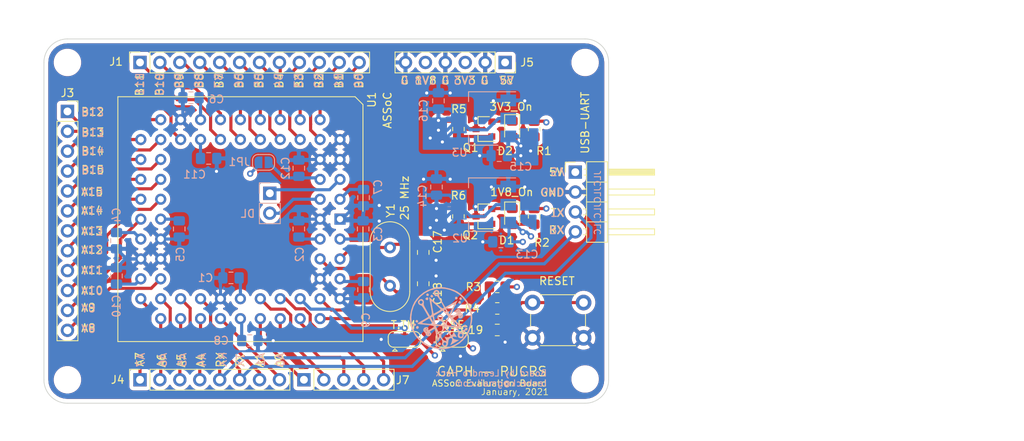
<source format=kicad_pcb>
(kicad_pcb (version 20171130) (host pcbnew 5.1.6+dfsg1-1)
  (title_block (title "ASSoC Eval Board") (date 2021-01-22) (rev 0.1) (company GAPH) (comment 1 "By Leandro Heck"))
  (layers (0 F.Cu signal) (1 Gnd power) (2 Pwr power) (31 B.Cu signal) (34 B.Paste user) (35 F.Paste user) (36 B.SilkS user) (37 F.SilkS user) (38 B.Mask user) (39 F.Mask user) (44 Edge.Cuts user))
  (net 0 "")
  (net 1 GND)
  (net 2 +3V3)
  (net 3 /ASSOC_RST)
  (net 4 /XI)
  (net 5 /XO)
  (net 6 +1V8)
  (net 7 +5V)
  (net 8 /ASSOC_TX)
  (net 9 /ASSOC_RX)
  (net 10 "Net-(D1-Pad2)")
  (net 11 "Net-(D1-Pad1)")
  (net 12 "Net-(D2-Pad2)")
  (net 13 "Net-(D2-Pad1)")
  (net 14 "Net-(Q1-Pad1)")
  (net 15 "Net-(Q2-Pad1)")
  (net 16 /1V8_ASYNC)
  (net 17 /A0)
  (net 18 /A1)
  (net 19 /A4)
  (net 20 /A5)
  (net 21 /A6)
  (net 22 /A7)
  (net 23 /B0)
  (net 24 /B1)
  (net 25 /B2)
  (net 26 /B3)
  (net 27 /B4)
  (net 28 /B5)
  (net 29 /B6)
  (net 30 /B7)
  (net 31 /B8)
  (net 32 /B9)
  (net 33 /B10)
  (net 34 /B11)
  (net 35 /A8)
  (net 36 /A9)
  (net 37 /A10)
  (net 38 /A11)
  (net 39 /A12)
  (net 40 /A13)
  (net 41 /A14)
  (net 42 /A15)
  (net 43 /B15)
  (net 44 /B14)
  (net 45 /B13)
  (net 46 /B12)
  (net 47 /DL_I)
  (net 48 /DL_O)
  (net 49 /TEST.TM)
  (net 50 /TEST.SE)
  (net 51 "Net-(R4-Pad2)")
  (net 52 /M.SS.ROM)
  (net 53 /M.MISO)
  (net 54 /M.MOSI)
  (net 55 /M.SCLK)
  (net 56 /M.SS.RAM)
  (module Capacitor_SMD:C_0805_2012Metric_Pad1.18x1.45mm_HandSolder (layer B.Cu) (at 135.25 116)
    (fp_text reference C8 (at -3.65 0 180) (layer B.SilkS) (effects (justify mirror)))
    (fp_text value 100n)
    (pad 2 smd roundrect (at 1.0375 0) (size 1.175 1.45) (layers B.Cu B.Paste B.Mask) (roundrect_rratio 0.2127659574468085) (net 1 GND))
    (pad 1 smd roundrect (at -1.0375 0) (size 1.175 1.45) (layers B.Cu B.Paste B.Mask) (roundrect_rratio 0.2127659574468085) (net 6 +1V8))
  )
  (module GAPH-Chips:PLCC-68_THT-Socket (layer F.Cu) (at 146.75 100.5 270)
    (fp_text reference U1 (at -15.233334 -4.05 270) (layer F.SilkS))
    (fp_text value ASSoC (at -13.9 -6.05 270) (layer F.SilkS))
    (fp_text user "GAPH - PUCRS" (at 19.45 -19.35) (layer F.SilkS) (effects (font (size 1.2 1.2))))
    (pad 60 thru_hole circle (at 12.7 2.54 270) (size 1.4224 1.4224) (drill 0.8) (layers *.Cu *.Mask) (net 50 /TEST.SE))
    (pad 58 thru_hole circle (at 12.7 5.08 270) (size 1.4224 1.4224) (drill 0.8) (layers *.Cu *.Mask) (net 52 /M.SS.ROM))
    (pad 56 thru_hole circle (at 12.7 7.62 270) (size 1.4224 1.4224) (drill 0.8) (layers *.Cu *.Mask) (net 55 /M.SCLK))
    (pad 54 thru_hole circle (at 12.7 10.16 270) (size 1.4224 1.4224) (drill 0.8) (layers *.Cu *.Mask) (net 53 /M.MISO))
    (pad 52 thru_hole circle (at 12.7 12.7 270) (size 1.4224 1.4224) (drill 0.8) (layers *.Cu *.Mask) (net 6 +1V8))
    (pad 50 thru_hole circle (at 12.7 15.24 270) (size 1.4224 1.4224) (drill 0.8) (layers *.Cu *.Mask) (net 17 /A0))
    (pad 48 thru_hole circle (at 12.7 17.78 270) (size 1.4224 1.4224) (drill 0.8) (layers *.Cu *.Mask) (net 8 /ASSOC_TX))
    (pad 46 thru_hole circle (at 12.7 20.32 270) (size 1.4224 1.4224) (drill 0.8) (layers *.Cu *.Mask) (net 19 /A4))
    (pad 61 thru_hole circle (at 10.16 0 270) (size 1.4224 1.4224) (drill 0.8) (layers *.Cu *.Mask) (net 1 GND))
    (pad 59 thru_hole circle (at 10.16 5.08 270) (size 1.4224 1.4224) (drill 0.8) (layers *.Cu *.Mask) (net 49 /TEST.TM))
    (pad 57 thru_hole circle (at 10.16 7.62 270) (size 1.4224 1.4224) (drill 0.8) (layers *.Cu *.Mask) (net 56 /M.SS.RAM))
    (pad 55 thru_hole circle (at 10.16 10.16 270) (size 1.4224 1.4224) (drill 0.8) (layers *.Cu *.Mask) (net 54 /M.MOSI))
    (pad 53 thru_hole circle (at 10.16 12.7 270) (size 1.4224 1.4224) (drill 0.8) (layers *.Cu *.Mask) (net 2 +3V3))
    (pad 51 thru_hole circle (at 10.16 15.24 270) (size 1.4224 1.4224) (drill 0.8) (layers *.Cu *.Mask) (net 1 GND))
    (pad 49 thru_hole circle (at 10.16 17.78 270) (size 1.4224 1.4224) (drill 0.8) (layers *.Cu *.Mask) (net 18 /A1))
    (pad 47 thru_hole circle (at 10.16 20.32 270) (size 1.4224 1.4224) (drill 0.8) (layers *.Cu *.Mask) (net 9 /ASSOC_RX))
    (pad 45 thru_hole circle (at 10.16 22.86 270) (size 1.4224 1.4224) (drill 0.8) (layers *.Cu *.Mask) (net 20 /A5))
    (pad 43 thru_hole circle (at 10.16 25.4 270) (size 1.4224 1.4224) (drill 0.8) (layers *.Cu *.Mask) (net 22 /A7))
    (pad 41 thru_hole circle (at 7.62 25.4 270) (size 1.4224 1.4224) (drill 0.8) (layers *.Cu *.Mask) (net 6 +1V8))
    (pad 39 thru_hole circle (at 5.08 25.4 270) (size 1.4224 1.4224) (drill 0.8) (layers *.Cu *.Mask) (net 1 GND))
    (pad 37 thru_hole circle (at 2.54 25.4 270) (size 1.4224 1.4224) (drill 0.8) (layers *.Cu *.Mask) (net 2 +3V3))
    (pad 35 thru_hole circle (at 0 25.4 270) (size 1.4224 1.4224) (drill 0.8) (layers *.Cu *.Mask) (net 36 /A9))
    (pad 33 thru_hole circle (at -2.54 25.4 270) (size 1.4224 1.4224) (drill 0.8) (layers *.Cu *.Mask) (net 38 /A11))
    (pad 31 thru_hole circle (at -5.08 25.4 270) (size 1.4224 1.4224) (drill 0.8) (layers *.Cu *.Mask) (net 40 /A13))
    (pad 29 thru_hole circle (at -7.62 25.4 270) (size 1.4224 1.4224) (drill 0.8) (layers *.Cu *.Mask) (net 42 /A15))
    (pad 27 thru_hole circle (at -10.16 25.4 270) (size 1.4224 1.4224) (drill 0.8) (layers *.Cu *.Mask) (net 45 /B13))
    (pad 44 thru_hole circle (at 12.7 22.86 270) (size 1.4224 1.4224) (drill 0.8) (layers *.Cu *.Mask) (net 21 /A6))
    (pad 42 thru_hole circle (at 7.62 22.86 270) (size 1.4224 1.4224) (drill 0.8) (layers *.Cu *.Mask) (net 35 /A8))
    (pad 40 thru_hole circle (at 5.08 22.86 270) (size 1.4224 1.4224) (drill 0.8) (layers *.Cu *.Mask) (net 1 GND))
    (pad 38 thru_hole circle (at 2.54 22.86 270) (size 1.4224 1.4224) (drill 0.8) (layers *.Cu *.Mask) (net 1 GND))
    (pad 36 thru_hole circle (at 0 22.86 270) (size 1.4224 1.4224) (drill 0.8) (layers *.Cu *.Mask) (net 2 +3V3))
    (pad 34 thru_hole circle (at -2.54 22.86 270) (size 1.4224 1.4224) (drill 0.8) (layers *.Cu *.Mask) (net 37 /A10))
    (pad 32 thru_hole circle (at -5.08 22.86 270) (size 1.4224 1.4224) (drill 0.8) (layers *.Cu *.Mask) (net 39 /A12))
    (pad 30 thru_hole circle (at -7.62 22.86 270) (size 1.4224 1.4224) (drill 0.8) (layers *.Cu *.Mask) (net 41 /A14))
    (pad 28 thru_hole circle (at -10.16 22.86 270) (size 1.4224 1.4224) (drill 0.8) (layers *.Cu *.Mask) (net 46 /B12))
    (pad 26 thru_hole circle (at -12.7 22.86 270) (size 1.4224 1.4224) (drill 0.8) (layers *.Cu *.Mask) (net 44 /B14))
    (pad 24 thru_hole circle (at -12.7 20.32 270) (size 1.4224 1.4224) (drill 0.8) (layers *.Cu *.Mask) (net 1 GND))
    (pad 22 thru_hole circle (at -12.7 17.78 270) (size 1.4224 1.4224) (drill 0.8) (layers *.Cu *.Mask) (net 2 +3V3))
    (pad 20 thru_hole circle (at -12.7 15.24 270) (size 1.4224 1.4224) (drill 0.8) (layers *.Cu *.Mask) (net 33 /B10))
    (pad 18 thru_hole circle (at -12.7 12.7 270) (size 1.4224 1.4224) (drill 0.8) (layers *.Cu *.Mask) (net 31 /B8))
    (pad 16 thru_hole circle (at -12.7 10.16 270) (size 1.4224 1.4224) (drill 0.8) (layers *.Cu *.Mask) (net 29 /B6))
    (pad 14 thru_hole circle (at -12.7 7.62 270) (size 1.4224 1.4224) (drill 0.8) (layers *.Cu *.Mask) (net 27 /B4))
    (pad 12 thru_hole circle (at -12.7 5.08 270) (size 1.4224 1.4224) (drill 0.8) (layers *.Cu *.Mask) (net 25 /B2))
    (pad 10 thru_hole circle (at -12.7 2.54 270) (size 1.4224 1.4224) (drill 0.8) (layers *.Cu *.Mask) (net 23 /B0))
    (pad 25 thru_hole circle (at -10.16 20.32 270) (size 1.4224 1.4224) (drill 0.8) (layers *.Cu *.Mask) (net 43 /B15))
    (pad 23 thru_hole circle (at -10.16 17.78 270) (size 1.4224 1.4224) (drill 0.8) (layers *.Cu *.Mask) (net 6 +1V8))
    (pad 21 thru_hole circle (at -10.16 15.24 270) (size 1.4224 1.4224) (drill 0.8) (layers *.Cu *.Mask) (net 34 /B11))
    (pad 19 thru_hole circle (at -10.16 12.7 270) (size 1.4224 1.4224) (drill 0.8) (layers *.Cu *.Mask) (net 32 /B9))
    (pad 17 thru_hole circle (at -10.16 10.16 270) (size 1.4224 1.4224) (drill 0.8) (layers *.Cu *.Mask) (net 30 /B7))
    (pad 15 thru_hole circle (at -10.16 7.62 270) (size 1.4224 1.4224) (drill 0.8) (layers *.Cu *.Mask) (net 28 /B5))
    (pad 13 thru_hole circle (at -10.16 5.08 270) (size 1.4224 1.4224) (drill 0.8) (layers *.Cu *.Mask) (net 26 /B3))
    (pad 11 thru_hole circle (at -10.16 2.54 270) (size 1.4224 1.4224) (drill 0.8) (layers *.Cu *.Mask) (net 24 /B1))
    (pad 63 thru_hole circle (at 7.62 0 270) (size 1.4224 1.4224) (drill 0.8) (layers *.Cu *.Mask) (net 6 +1V8))
    (pad 65 thru_hole circle (at 5.08 0 270) (size 1.4224 1.4224) (drill 0.8) (layers *.Cu *.Mask) (net 4 /XI))
    (pad 67 thru_hole circle (at 2.54 0 270) (size 1.4224 1.4224) (drill 0.8) (layers *.Cu *.Mask) (net 2 +3V3))
    (pad 9 thru_hole circle (at -10.16 0 270) (size 1.4224 1.4224) (drill 0.8) (layers *.Cu *.Mask) (net 1 GND))
    (pad 7 thru_hole circle (at -7.62 0 270) (size 1.4224 1.4224) (drill 0.8) (layers *.Cu *.Mask) (net 1 GND))
    (pad 5 thru_hole circle (at -5.08 0 270) (size 1.4224 1.4224) (drill 0.8) (layers *.Cu *.Mask) (net 48 /DL_O))
    (pad 3 thru_hole circle (at -2.54 0 270) (size 1.4224 1.4224) (drill 0.8) (layers *.Cu *.Mask) (net 2 +3V3))
    (pad 1 thru_hole rect (at 0 0 270) (size 1.4224 1.4224) (drill 0.8) (layers *.Cu *.Mask) (net 1 GND))
    (pad 62 thru_hole circle (at 10.16 2.54 270) (size 1.4224 1.4224) (drill 0.8) (layers *.Cu *.Mask) (net 3 /ASSOC_RST))
    (pad 64 thru_hole circle (at 7.62 2.54 270) (size 1.4224 1.4224) (drill 0.8) (layers *.Cu *.Mask) (net 1 GND))
    (pad 66 thru_hole circle (at 5.08 2.54 270) (size 1.4224 1.4224) (drill 0.8) (layers *.Cu *.Mask) (net 5 /XO))
    (pad 68 thru_hole circle (at 2.54 2.54 270) (size 1.4224 1.4224) (drill 0.8) (layers *.Cu *.Mask) (net 2 +3V3))
    (pad 8 thru_hole circle (at -7.62 2.54 270) (size 1.4224 1.4224) (drill 0.8) (layers *.Cu *.Mask) (net 1 GND))
    (pad 6 thru_hole circle (at -5.08 2.54 270) (size 1.4224 1.4224) (drill 0.8) (layers *.Cu *.Mask) (net 16 /1V8_ASYNC))
    (pad 4 thru_hole circle (at -2.54 2.54 270) (size 1.4224 1.4224) (drill 0.8) (layers *.Cu *.Mask) (net 47 /DL_I))
    (pad 2 thru_hole circle (at 0 2.54 270) (size 1.4224 1.4224) (drill 0.8) (layers *.Cu *.Mask) (net 1 GND))
  )
  (module Connector_PinSocket_2.54mm:PinSocket_1x05_P2.54mm_Vertical (layer F.Cu) (at 142.15 121 90)
    (fp_text reference J7 (at -0.05 12.6 180) (layer F.SilkS))
    (fp_text value H4)
    (pad 1 thru_hole rect (at 0 0 90) (size 1.7 1.7) (drill 1) (layers *.Cu *.Mask) (net 53 /M.MISO))
    (pad 2 thru_hole oval (at 0 2.54 90) (size 1.7 1.7) (drill 1) (layers *.Cu *.Mask) (net 55 /M.SCLK))
    (pad 3 thru_hole oval (at 0 5.08 90) (size 1.7 1.7) (drill 1) (layers *.Cu *.Mask) (net 54 /M.MOSI))
    (pad 4 thru_hole oval (at 0 7.62 90) (size 1.7 1.7) (drill 1) (layers *.Cu *.Mask) (net 52 /M.SS.ROM))
    (pad 5 thru_hole oval (at 0 10.16 90) (size 1.7 1.7) (drill 1) (layers *.Cu *.Mask) (net 56 /M.SS.RAM))
  )
  (module GAPH-Extra:Astaroth-Seal (layer B.Cu) (at 159.65 113.1 210)
    (fp_text reference G*** hide)
    (fp_text value LOGO hide)
  )
  (module Connector_PinSocket_2.54mm:PinSocket_1x06_P2.54mm_Vertical (layer F.Cu) (at 167.8 80.5 270)
    (fp_text reference J5 (at 0 -2.8 180) (layer F.SilkS))
    (fp_text value PWR)
    (pad 6 thru_hole oval (at 0 12.7 270) (size 1.7 1.7) (drill 1) (layers *.Cu *.Mask) (net 1 GND))
    (pad 5 thru_hole oval (at 0 10.16 270) (size 1.7 1.7) (drill 1) (layers *.Cu *.Mask) (net 2 +3V3))
    (pad 4 thru_hole oval (at 0 7.62 270) (size 1.7 1.7) (drill 1) (layers *.Cu *.Mask) (net 1 GND))
    (pad 3 thru_hole oval (at 0 5.08 270) (size 1.7 1.7) (drill 1) (layers *.Cu *.Mask) (net 6 +1V8))
    (pad 2 thru_hole oval (at 0 2.54 270) (size 1.7 1.7) (drill 1) (layers *.Cu *.Mask) (net 1 GND))
    (pad 1 thru_hole rect (at 0 0 270) (size 1.7 1.7) (drill 1) (layers *.Cu *.Mask) (net 7 +5V))
  )
  (module Connector_PinSocket_2.54mm:PinSocket_1x02_P2.54mm_Vertical (layer B.Cu) (at 137.8 97.2 180)
    (fp_text reference J6 hide)
    (fp_text value DL (at 2.8 -2.6) (layer B.SilkS) (effects (justify mirror)))
    (pad 2 thru_hole oval (at 0 -2.54 180) (size 1.7 1.7) (drill 1) (layers *.Cu *.Mask) (net 47 /DL_I))
    (pad 1 thru_hole rect (at 0 0 180) (size 1.7 1.7) (drill 1) (layers *.Cu *.Mask) (net 48 /DL_O))
  )
  (module Jumper:SolderJumper-2_P1.3mm_Open_RoundedPad1.0x1.5mm (layer B.Cu) (at 137 93.25 180)
    (fp_text reference JP1 (at 3.1 0.05) (layer B.SilkS) (effects (justify mirror)))
    (fp_text value SolderJumper_2_Bridged)
    (pad 2 smd custom (at 0.65 0 180) (size 1 0.5) (layers B.Cu B.Mask) (net 6 +1V8) (options (clearance outline) (anchor rect)) (primitives (gr_circle (center 0 -0.25) (end 0.5 -0.25) (width 0)) (gr_circle (center 0 0.25) (end 0.5 0.25) (width 0)) (gr_poly (pts (xy 0 0.75) (xy -0.5 0.75) (xy -0.5 -0.75) (xy 0 -0.75)) (width 0))))
    (pad 1 smd custom (at -0.65 0 180) (size 1 0.5) (layers B.Cu B.Mask) (net 16 /1V8_ASYNC) (options (clearance outline) (anchor rect)) (primitives (gr_circle (center 0 -0.25) (end 0.5 -0.25) (width 0)) (gr_circle (center 0 0.25) (end 0.5 0.25) (width 0)) (gr_poly (pts (xy 0 0.75) (xy 0.5 0.75) (xy 0.5 -0.75) (xy 0 -0.75)) (width 0))))
  )
  (module Package_TO_SOT_SMD:SOT-223 (layer B.Cu) (at 165.05 98.65 180)
    (fp_text reference U2 (at 3 -4.3 180) (layer B.SilkS) (effects (justify mirror)))
    (fp_text value LM1117-3.3)
    (pad 1 smd rect (at -3.15 2.3 180) (size 2 1.5) (layers B.Cu B.Paste B.Mask) (net 1 GND))
    (pad 3 smd rect (at -3.15 -2.3 180) (size 2 1.5) (layers B.Cu B.Paste B.Mask) (net 7 +5V))
    (pad 2 smd rect (at -3.15 0 180) (size 2 1.5) (layers B.Cu B.Paste B.Mask) (net 6 +1V8))
    (pad 2 smd rect (at 3.15 0 180) (size 2 3.8) (layers B.Cu B.Paste B.Mask) (net 6 +1V8))
  )
  (module Package_TO_SOT_SMD:SOT-223 (layer B.Cu) (at 165.05 87.65 180)
    (fp_text reference U3 (at 3.05 -4.35 180) (layer B.SilkS) (effects (justify mirror)))
    (fp_text value LM1117-3.3)
    (pad 1 smd rect (at -3.15 2.3 180) (size 2 1.5) (layers B.Cu B.Paste B.Mask) (net 1 GND))
    (pad 3 smd rect (at -3.15 -2.3 180) (size 2 1.5) (layers B.Cu B.Paste B.Mask) (net 7 +5V))
    (pad 2 smd rect (at -3.15 0 180) (size 2 1.5) (layers B.Cu B.Paste B.Mask) (net 2 +3V3))
    (pad 2 smd rect (at 3.15 0 180) (size 2 3.8) (layers B.Cu B.Paste B.Mask) (net 2 +3V3))
  )
  (module Connector_PinSocket_2.54mm:PinSocket_1x12_P2.54mm_Vertical (layer F.Cu) (at 112 86.75)
    (fp_text reference J3 (at 0 -2.35) (layer F.SilkS))
    (fp_text value H2)
    (pad 12 thru_hole oval (at 0 27.94) (size 1.7 1.7) (drill 1) (layers *.Cu *.Mask) (net 35 /A8))
    (pad 11 thru_hole oval (at 0 25.4) (size 1.7 1.7) (drill 1) (layers *.Cu *.Mask) (net 36 /A9))
    (pad 10 thru_hole oval (at 0 22.86) (size 1.7 1.7) (drill 1) (layers *.Cu *.Mask) (net 37 /A10))
    (pad 9 thru_hole oval (at 0 20.32) (size 1.7 1.7) (drill 1) (layers *.Cu *.Mask) (net 38 /A11))
    (pad 8 thru_hole oval (at 0 17.78) (size 1.7 1.7) (drill 1) (layers *.Cu *.Mask) (net 39 /A12))
    (pad 7 thru_hole oval (at 0 15.24) (size 1.7 1.7) (drill 1) (layers *.Cu *.Mask) (net 40 /A13))
    (pad 6 thru_hole oval (at 0 12.7) (size 1.7 1.7) (drill 1) (layers *.Cu *.Mask) (net 41 /A14))
    (pad 5 thru_hole oval (at 0 10.16) (size 1.7 1.7) (drill 1) (layers *.Cu *.Mask) (net 42 /A15))
    (pad 4 thru_hole oval (at 0 7.62) (size 1.7 1.7) (drill 1) (layers *.Cu *.Mask) (net 46 /B12))
    (pad 3 thru_hole oval (at 0 5.08) (size 1.7 1.7) (drill 1) (layers *.Cu *.Mask) (net 45 /B13))
    (pad 2 thru_hole oval (at 0 2.54) (size 1.7 1.7) (drill 1) (layers *.Cu *.Mask) (net 44 /B14))
    (pad 1 thru_hole rect (at 0 0) (size 1.7 1.7) (drill 1) (layers *.Cu *.Mask) (net 43 /B15))
  )
  (module Connector_PinSocket_2.54mm:PinSocket_1x12_P2.54mm_Vertical (layer F.Cu) (at 121.25 80.5 90)
    (fp_text reference J1 (at 0.1 -3.05 180) (layer F.SilkS))
    (fp_text value H3)
    (pad 12 thru_hole oval (at 0 27.94 90) (size 1.7 1.7) (drill 1) (layers *.Cu *.Mask) (net 23 /B0))
    (pad 11 thru_hole oval (at 0 25.4 90) (size 1.7 1.7) (drill 1) (layers *.Cu *.Mask) (net 24 /B1))
    (pad 10 thru_hole oval (at 0 22.86 90) (size 1.7 1.7) (drill 1) (layers *.Cu *.Mask) (net 25 /B2))
    (pad 9 thru_hole oval (at 0 20.32 90) (size 1.7 1.7) (drill 1) (layers *.Cu *.Mask) (net 26 /B3))
    (pad 8 thru_hole oval (at 0 17.78 90) (size 1.7 1.7) (drill 1) (layers *.Cu *.Mask) (net 27 /B4))
    (pad 7 thru_hole oval (at 0 15.24 90) (size 1.7 1.7) (drill 1) (layers *.Cu *.Mask) (net 28 /B5))
    (pad 6 thru_hole oval (at 0 12.7 90) (size 1.7 1.7) (drill 1) (layers *.Cu *.Mask) (net 29 /B6))
    (pad 5 thru_hole oval (at 0 10.16 90) (size 1.7 1.7) (drill 1) (layers *.Cu *.Mask) (net 30 /B7))
    (pad 4 thru_hole oval (at 0 7.62 90) (size 1.7 1.7) (drill 1) (layers *.Cu *.Mask) (net 31 /B8))
    (pad 3 thru_hole oval (at 0 5.08 90) (size 1.7 1.7) (drill 1) (layers *.Cu *.Mask) (net 32 /B9))
    (pad 2 thru_hole oval (at 0 2.54 90) (size 1.7 1.7) (drill 1) (layers *.Cu *.Mask) (net 33 /B10))
    (pad 1 thru_hole rect (at 0 0 90) (size 1.7 1.7) (drill 1) (layers *.Cu *.Mask) (net 34 /B11))
  )
  (module Connector_PinSocket_2.54mm:PinSocket_1x08_P2.54mm_Vertical (layer F.Cu) (at 121.25 121 90)
    (fp_text reference J4 (at 0 -2.85 180) (layer F.SilkS))
    (fp_text value H1)
    (pad 8 thru_hole oval (at 0 17.78 90) (size 1.7 1.7) (drill 1) (layers *.Cu *.Mask) (net 17 /A0))
    (pad 7 thru_hole oval (at 0 15.24 90) (size 1.7 1.7) (drill 1) (layers *.Cu *.Mask) (net 18 /A1))
    (pad 6 thru_hole oval (at 0 12.7 90) (size 1.7 1.7) (drill 1) (layers *.Cu *.Mask) (net 8 /ASSOC_TX))
    (pad 5 thru_hole oval (at 0 10.16 90) (size 1.7 1.7) (drill 1) (layers *.Cu *.Mask) (net 9 /ASSOC_RX))
    (pad 4 thru_hole oval (at 0 7.62 90) (size 1.7 1.7) (drill 1) (layers *.Cu *.Mask) (net 19 /A4))
    (pad 3 thru_hole oval (at 0 5.08 90) (size 1.7 1.7) (drill 1) (layers *.Cu *.Mask) (net 20 /A5))
    (pad 2 thru_hole oval (at 0 2.54 90) (size 1.7 1.7) (drill 1) (layers *.Cu *.Mask) (net 21 /A6))
    (pad 1 thru_hole rect (at 0 0 90) (size 1.7 1.7) (drill 1) (layers *.Cu *.Mask) (net 22 /A7))
  )
  (module Jumper:SolderJumper-3_P1.3mm_Bridged2Bar12_RoundedPad1.0x1.5mm (layer F.Cu) (at 161.05 115.85)
    (fp_text reference JP2 hide)
    (fp_text value T.SE (at 0 -1.85 180) (layer F.SilkS))
    (fp_poly (pts (xy -0.9 -0.6) (xy -0.4 -0.6) (xy -0.4 -0.2) (xy -0.9 -0.2)) (layer F.Cu) (width 0))
    (fp_poly (pts (xy -0.9 0.2) (xy -0.4 0.2) (xy -0.4 0.6) (xy -0.9 0.6)) (layer F.Cu) (width 0))
    (pad 1 smd custom (at -1.3 0) (size 1 0.5) (layers F.Cu F.Mask) (net 1 GND) (options (clearance outline) (anchor rect)) (primitives (gr_circle (center 0 0.25) (end 0.5 0.25) (width 0)) (gr_circle (center 0 -0.25) (end 0.5 -0.25) (width 0)) (gr_poly (pts (xy 0.55 -0.75) (xy 0 -0.75) (xy 0 0.75) (xy 0.55 0.75)) (width 0))))
    (pad 2 smd rect (at 0 0) (size 1 1.5) (layers F.Cu F.Mask) (net 50 /TEST.SE))
    (pad 3 smd custom (at 1.3 0) (size 1 0.5) (layers F.Cu F.Mask) (net 2 +3V3) (options (clearance outline) (anchor rect)) (primitives (gr_circle (center 0 0.25) (end 0.5 0.25) (width 0)) (gr_circle (center 0 -0.25) (end 0.5 -0.25) (width 0)) (gr_poly (pts (xy -0.55 -0.75) (xy 0 -0.75) (xy 0 0.75) (xy -0.55 0.75)) (width 0))))
  )
  (module Jumper:SolderJumper-3_P1.3mm_Bridged2Bar12_RoundedPad1.0x1.5mm (layer F.Cu) (at 154.95 115.85)
    (fp_text reference JP3 hide)
    (fp_text value T.TM (at -0.15 -1.85) (layer F.SilkS))
    (fp_poly (pts (xy -0.9 -0.6) (xy -0.4 -0.6) (xy -0.4 -0.2) (xy -0.9 -0.2)) (layer F.Cu) (width 0))
    (fp_poly (pts (xy -0.9 0.2) (xy -0.4 0.2) (xy -0.4 0.6) (xy -0.9 0.6)) (layer F.Cu) (width 0))
    (pad 1 smd custom (at -1.3 0) (size 1 0.5) (layers F.Cu F.Mask) (net 1 GND) (options (clearance outline) (anchor rect)) (primitives (gr_circle (center 0 0.25) (end 0.5 0.25) (width 0)) (gr_circle (center 0 -0.25) (end 0.5 -0.25) (width 0)) (gr_poly (pts (xy 0.55 -0.75) (xy 0 -0.75) (xy 0 0.75) (xy 0.55 0.75)) (width 0))))
    (pad 2 smd rect (at 0 0) (size 1 1.5) (layers F.Cu F.Mask) (net 49 /TEST.TM))
    (pad 3 smd custom (at 1.3 0) (size 1 0.5) (layers F.Cu F.Mask) (net 2 +3V3) (options (clearance outline) (anchor rect)) (primitives (gr_circle (center 0 0.25) (end 0.5 0.25) (width 0)) (gr_circle (center 0 -0.25) (end 0.5 -0.25) (width 0)) (gr_poly (pts (xy -0.55 -0.75) (xy 0 -0.75) (xy 0 0.75) (xy -0.55 0.75)) (width 0))))
  )
  (module GAPH-Extra:MountingHole_2.5mm (layer F.Cu) (at 112 121 270)
    (fp_text reference H4 hide)
    (fp_text value MountingHole hide)
    (pad 1 np_thru_hole circle (at 0 0 270) (size 2.5 2.5) (drill 2.5) (layers *.Cu *.Mask))
  )
  (module GAPH-Extra:MountingHole_2.5mm (layer F.Cu) (at 178 120.903121 270)
    (fp_text reference H3 hide)
    (fp_text value MountingHole hide)
    (pad 1 np_thru_hole circle (at 0 0 270) (size 2.5 2.5) (drill 2.5) (layers *.Cu *.Mask))
  )
  (module GAPH-Extra:MountingHole_2.5mm (layer F.Cu) (at 112 80.5 270)
    (fp_text reference H2 hide)
    (fp_text value MountingHole hide)
    (pad 1 np_thru_hole circle (at 0 0 270) (size 2.5 2.5) (drill 2.5) (layers *.Cu *.Mask))
  )
  (module GAPH-Extra:MountingHole_2.5mm (layer F.Cu) (at 178 80.5 270)
    (fp_text reference H1 hide)
    (fp_text value MountingHole hide)
    (pad 1 np_thru_hole circle (at 0 0 270) (size 2.5 2.5) (drill 2.5) (layers *.Cu *.Mask))
  )
  (module Resistor_SMD:R_0805_2012Metric_Pad1.20x1.40mm_HandSolder (layer F.Cu) (at 171.5 100.15 270)
    (fp_text reference R2 (at 3.35 -1 180) (layer F.SilkS))
    (fp_text value 330)
    (pad 1 smd roundrect (at -1 0 270) (size 1.2 1.4) (layers F.Cu F.Paste F.Mask) (roundrect_rratio 0.208333) (net 7 +5V))
    (pad 2 smd roundrect (at 1 0 270) (size 1.2 1.4) (layers F.Cu F.Paste F.Mask) (roundrect_rratio 0.208333) (net 10 "Net-(D1-Pad2)"))
  )
  (module Resistor_SMD:R_0805_2012Metric_Pad1.20x1.40mm_HandSolder (layer F.Cu) (at 161.85 100.15 90)
    (fp_text reference R6 (at 2.65 0) (layer F.SilkS))
    (fp_text value 1k)
    (pad 1 smd roundrect (at -1 0 90) (size 1.2 1.4) (layers F.Cu F.Paste F.Mask) (roundrect_rratio 0.208333) (net 15 "Net-(Q2-Pad1)"))
    (pad 2 smd roundrect (at 1 0 90) (size 1.2 1.4) (layers F.Cu F.Paste F.Mask) (roundrect_rratio 0.208333) (net 6 +1V8))
  )
  (module Resistor_SMD:R_0805_2012Metric_Pad1.20x1.40mm_HandSolder (layer F.Cu) (at 171.5 89 270)
    (fp_text reference R1 (at 2.8 -1.25 180) (layer F.SilkS))
    (fp_text value 330)
    (pad 2 smd roundrect (at 1 0 270) (size 1.2 1.4) (layers F.Cu F.Paste F.Mask) (roundrect_rratio 0.208333) (net 12 "Net-(D2-Pad2)"))
    (pad 1 smd roundrect (at -1 0 270) (size 1.2 1.4) (layers F.Cu F.Paste F.Mask) (roundrect_rratio 0.208333) (net 7 +5V))
  )
  (module Resistor_SMD:R_0805_2012Metric_Pad1.20x1.40mm_HandSolder (layer F.Cu) (at 161.85 89 90)
    (fp_text reference R5 (at 2.55 0.05) (layer F.SilkS))
    (fp_text value 1k)
    (pad 2 smd roundrect (at 1 0 90) (size 1.2 1.4) (layers F.Cu F.Paste F.Mask) (roundrect_rratio 0.208333) (net 2 +3V3))
    (pad 1 smd roundrect (at -1 0 90) (size 1.2 1.4) (layers F.Cu F.Paste F.Mask) (roundrect_rratio 0.208333) (net 14 "Net-(Q1-Pad1)"))
  )
  (module Package_TO_SOT_SMD:SOT-23 (layer F.Cu) (at 165.1 100.15 180)
    (fp_text reference Q2 (at 1.75 -2.4) (layer F.SilkS))
    (fp_text value Q_NPN_BCE)
    (pad 1 smd rect (at -1 -0.95 180) (size 0.9 0.8) (layers F.Cu F.Paste F.Mask) (net 15 "Net-(Q2-Pad1)"))
    (pad 2 smd rect (at -1 0.95 180) (size 0.9 0.8) (layers F.Cu F.Paste F.Mask) (net 11 "Net-(D1-Pad1)"))
    (pad 3 smd rect (at 1 0 180) (size 0.9 0.8) (layers F.Cu F.Paste F.Mask) (net 1 GND))
  )
  (module Package_TO_SOT_SMD:SOT-23 (layer F.Cu) (at 165.1 89 180)
    (fp_text reference Q1 (at 1.7 -2.4) (layer F.SilkS))
    (fp_text value Q_NPN_BCE)
    (pad 3 smd rect (at 1 0 180) (size 0.9 0.8) (layers F.Cu F.Paste F.Mask) (net 1 GND))
    (pad 2 smd rect (at -1 0.95 180) (size 0.9 0.8) (layers F.Cu F.Paste F.Mask) (net 13 "Net-(D2-Pad1)"))
    (pad 1 smd rect (at -1 -0.95 180) (size 0.9 0.8) (layers F.Cu F.Paste F.Mask) (net 14 "Net-(Q1-Pad1)"))
  )
  (module Connector_PinHeader_2.54mm:PinHeader_1x04_P2.54mm_Horizontal (layer F.Cu) (at 176.75 94.5)
    (fp_text reference J2 hide)
    (fp_text value USB-UART (at 1.25 -6.3 90) (layer F.SilkS))
    (pad 4 thru_hole oval (at 0 7.62) (size 1.7 1.7) (drill 1) (layers *.Cu *.Mask) (net 9 /ASSOC_RX))
    (pad 3 thru_hole oval (at 0 5.08) (size 1.7 1.7) (drill 1) (layers *.Cu *.Mask) (net 8 /ASSOC_TX))
    (pad 2 thru_hole oval (at 0 2.54) (size 1.7 1.7) (drill 1) (layers *.Cu *.Mask) (net 1 GND))
    (pad 1 thru_hole rect (at 0 0) (size 1.7 1.7) (drill 1) (layers *.Cu *.Mask) (net 7 +5V))
  )
  (module LED_SMD:LED_0805_2012Metric_Pad1.15x1.40mm_HandSolder (layer F.Cu) (at 168.7 100.1725 270)
    (fp_text reference D1 (at 3.0275 0.7 180) (layer F.SilkS))
    (fp_text value 1V8_On (at -3.1225 0.05 180) (layer F.SilkS))
    (pad 1 smd roundrect (at -1.025 0 270) (size 1.15 1.4) (layers F.Cu F.Paste F.Mask) (roundrect_rratio 0.217391) (net 11 "Net-(D1-Pad1)"))
    (pad 2 smd roundrect (at 1.025 0 270) (size 1.15 1.4) (layers F.Cu F.Paste F.Mask) (roundrect_rratio 0.217391) (net 10 "Net-(D1-Pad2)"))
  )
  (module LED_SMD:LED_0805_2012Metric_Pad1.15x1.40mm_HandSolder (layer F.Cu) (at 168.7 89.0225 270)
    (fp_text reference D2 (at 2.7775 0.9 180) (layer F.SilkS))
    (fp_text value 3V3_On (at -2.8725 0.15) (layer F.SilkS))
    (pad 2 smd roundrect (at 1.025 0 270) (size 1.15 1.4) (layers F.Cu F.Paste F.Mask) (roundrect_rratio 0.217391) (net 12 "Net-(D2-Pad2)"))
    (pad 1 smd roundrect (at -1.025 0 270) (size 1.15 1.4) (layers F.Cu F.Paste F.Mask) (roundrect_rratio 0.217391) (net 13 "Net-(D2-Pad1)"))
  )
  (module Resistor_SMD:R_0805_2012Metric_Pad1.20x1.40mm_HandSolder (layer F.Cu) (at 166.8 111.9)
    (fp_text reference R4 (at -3.2 0) (layer F.SilkS))
    (fp_text value 1K)
    (pad 2 smd roundrect (at 1 0) (size 1.2 1.4) (layers F.Cu F.Paste F.Mask) (roundrect_rratio 0.2083325) (net 51 "Net-(R4-Pad2)"))
    (pad 1 smd roundrect (at -1 0) (size 1.2 1.4) (layers F.Cu F.Paste F.Mask) (roundrect_rratio 0.2083325) (net 3 /ASSOC_RST))
  )
  (module Capacitor_SMD:C_0805_2012Metric_Pad1.18x1.45mm_HandSolder (layer B.Cu) (at 159.05 96.4 90)
    (fp_text reference C14 (at -1.15 -1.8 90) (layer B.SilkS) (effects (justify mirror)))
    (fp_text value 10u)
    (pad 2 smd roundrect (at 1.0375 0 90) (size 1.175 1.45) (layers B.Cu B.Paste B.Mask) (roundrect_rratio 0.2127659574468085) (net 1 GND))
    (pad 1 smd roundrect (at -1.0375 0 90) (size 1.175 1.45) (layers B.Cu B.Paste B.Mask) (roundrect_rratio 0.2127659574468085) (net 6 +1V8))
  )
  (module Capacitor_SMD:C_0805_2012Metric_Pad1.18x1.45mm_HandSolder (layer B.Cu) (at 159.3 85.4 90)
    (fp_text reference C16 (at -1.25 -1.9 270) (layer B.SilkS) (effects (justify mirror)))
    (fp_text value 10u)
    (pad 2 smd roundrect (at 1.0375 0 90) (size 1.175 1.45) (layers B.Cu B.Paste B.Mask) (roundrect_rratio 0.2127659574468085) (net 1 GND))
    (pad 1 smd roundrect (at -1.0375 0 90) (size 1.175 1.45) (layers B.Cu B.Paste B.Mask) (roundrect_rratio 0.2127659574468085) (net 2 +3V3))
  )
  (module Resistor_SMD:R_0805_2012Metric_Pad1.20x1.40mm_HandSolder (layer F.Cu) (at 166.8 109.15 180)
    (fp_text reference R3 (at 3.05 0) (layer F.SilkS))
    (fp_text value 10K)
    (pad 2 smd roundrect (at 1 0 180) (size 1.2 1.4) (layers F.Cu F.Paste F.Mask) (roundrect_rratio 0.2083325) (net 3 /ASSOC_RST))
    (pad 1 smd roundrect (at -1 0 180) (size 1.2 1.4) (layers F.Cu F.Paste F.Mask) (roundrect_rratio 0.2083325) (net 2 +3V3))
  )
  (module Capacitor_SMD:C_0805_2012Metric_Pad1.18x1.45mm_HandSolder (layer B.Cu) (at 141.5 94 90)
    (fp_text reference C12 (at 0 -1.7 90) (layer B.SilkS) (effects (justify mirror)))
    (fp_text value 100n)
    (pad 2 smd roundrect (at 1.0375 0 90) (size 1.175 1.45) (layers B.Cu B.Paste B.Mask) (roundrect_rratio 0.2127659574468085) (net 1 GND))
    (pad 1 smd roundrect (at -1.0375 0 90) (size 1.175 1.45) (layers B.Cu B.Paste B.Mask) (roundrect_rratio 0.2127659574468085) (net 16 /1V8_ASYNC))
  )
  (module Capacitor_SMD:C_0805_2012Metric_Pad1.18x1.45mm_HandSolder (layer F.Cu) (at 157.36 108.75 270)
    (fp_text reference C18 (at 1.25 -1.84 90) (layer F.SilkS))
    (fp_text value 18n)
    (pad 2 smd roundrect (at 1.0375 0 270) (size 1.175 1.45) (layers F.Cu F.Paste F.Mask) (roundrect_rratio 0.2127659574468085) (net 5 /XO))
    (pad 1 smd roundrect (at -1.0375 0 270) (size 1.175 1.45) (layers F.Cu F.Paste F.Mask) (roundrect_rratio 0.2127659574468085) (net 1 GND))
  )
  (module Capacitor_SMD:C_0805_2012Metric_Pad1.18x1.45mm_HandSolder (layer B.Cu) (at 130 92.75)
    (fp_text reference C11 (at -1.8 2.05 180) (layer B.SilkS) (effects (justify mirror)))
    (fp_text value 100n)
    (pad 2 smd roundrect (at 1.0375 0) (size 1.175 1.45) (layers B.Cu B.Paste B.Mask) (roundrect_rratio 0.2127659574468085) (net 1 GND))
    (pad 1 smd roundrect (at -1.0375 0) (size 1.175 1.45) (layers B.Cu B.Paste B.Mask) (roundrect_rratio 0.2127659574468085) (net 6 +1V8))
  )
  (module Capacitor_SMD:C_0805_2012Metric_Pad1.18x1.45mm_HandSolder (layer F.Cu) (at 157.36 104.75 90)
    (fp_text reference C17 (at 1.35 1.84 90) (layer F.SilkS))
    (fp_text value 18p)
    (pad 2 smd roundrect (at 1.0375 0 90) (size 1.175 1.45) (layers F.Cu F.Paste F.Mask) (roundrect_rratio 0.2127659574468085) (net 4 /XI))
    (pad 1 smd roundrect (at -1.0375 0 90) (size 1.175 1.45) (layers F.Cu F.Paste F.Mask) (roundrect_rratio 0.2127659574468085) (net 1 GND))
  )
  (module Capacitor_SMD:C_0805_2012Metric_Pad1.18x1.45mm_HandSolder (layer B.Cu) (at 118.25 107.75 90)
    (fp_text reference C10 (at -3.85 0 90) (layer B.SilkS) (effects (justify mirror)))
    (fp_text value 100n)
    (pad 2 smd roundrect (at 1.0375 0 90) (size 1.175 1.45) (layers B.Cu B.Paste B.Mask) (roundrect_rratio 0.2127659574468085) (net 1 GND))
    (pad 1 smd roundrect (at -1.0375 0 90) (size 1.175 1.45) (layers B.Cu B.Paste B.Mask) (roundrect_rratio 0.2127659574468085) (net 6 +1V8))
  )
  (module Capacitor_SMD:C_0805_2012Metric_Pad1.18x1.45mm_HandSolder (layer B.Cu) (at 149.75 109.5 270)
    (fp_text reference C9 (at 3.9 -0.3 270) (layer B.SilkS) (effects (justify mirror)))
    (fp_text value 100n)
    (pad 2 smd roundrect (at 1.0375 0 270) (size 1.175 1.45) (layers B.Cu B.Paste B.Mask) (roundrect_rratio 0.2127659574468085) (net 1 GND))
    (pad 1 smd roundrect (at -1.0375 0 270) (size 1.175 1.45) (layers B.Cu B.Paste B.Mask) (roundrect_rratio 0.2127659574468085) (net 6 +1V8))
  )
  (module Capacitor_SMD:C_0805_2012Metric_Pad1.18x1.45mm_HandSolder (layer B.Cu) (at 167.2625 103.4 180)
    (fp_text reference C13 (at -3.3375 -1.6) (layer B.SilkS) (effects (justify mirror)))
    (fp_text value 10u)
    (pad 2 smd roundrect (at 1.0375 0 180) (size 1.175 1.45) (layers B.Cu B.Paste B.Mask) (roundrect_rratio 0.2127659574468085) (net 1 GND))
    (pad 1 smd roundrect (at -1.0375 0 180) (size 1.175 1.45) (layers B.Cu B.Paste B.Mask) (roundrect_rratio 0.2127659574468085) (net 7 +5V))
  )
  (module Capacitor_SMD:C_0805_2012Metric_Pad1.18x1.45mm_HandSolder (layer F.Cu) (at 166.8 114.65 180)
    (fp_text reference C19 (at 3.25 0) (layer F.SilkS))
    (fp_text value 100n)
    (pad 2 smd roundrect (at 1.0375 0 180) (size 1.175 1.45) (layers F.Cu F.Paste F.Mask) (roundrect_rratio 0.2127659574468085) (net 3 /ASSOC_RST))
    (pad 1 smd roundrect (at -1.0375 0 180) (size 1.175 1.45) (layers F.Cu F.Paste F.Mask) (roundrect_rratio 0.2127659574468085) (net 1 GND))
  )
  (module Capacitor_SMD:C_0805_2012Metric_Pad1.18x1.45mm_HandSolder (layer B.Cu) (at 149.75 97.75 270)
    (fp_text reference C7 (at -1.35 -1.85 90) (layer B.SilkS) (effects (justify mirror)))
    (fp_text value 100n)
    (pad 2 smd roundrect (at 1.0375 0 270) (size 1.175 1.45) (layers B.Cu B.Paste B.Mask) (roundrect_rratio 0.2127659574468085) (net 1 GND))
    (pad 1 smd roundrect (at -1.0375 0 270) (size 1.175 1.45) (layers B.Cu B.Paste B.Mask) (roundrect_rratio 0.2127659574468085) (net 2 +3V3))
  )
  (module Capacitor_SMD:C_0805_2012Metric_Pad1.18x1.45mm_HandSolder (layer B.Cu) (at 127.75 85 180)
    (fp_text reference C6 (at -3.25 -0.2 180) (layer B.SilkS) (effects (justify mirror)))
    (fp_text value 100n)
    (pad 2 smd roundrect (at 1.0375 0 180) (size 1.175 1.45) (layers B.Cu B.Paste B.Mask) (roundrect_rratio 0.2127659574468085) (net 1 GND))
    (pad 1 smd roundrect (at -1.0375 0 180) (size 1.175 1.45) (layers B.Cu B.Paste B.Mask) (roundrect_rratio 0.2127659574468085) (net 2 +3V3))
  )
  (module Capacitor_SMD:C_0805_2012Metric_Pad1.18x1.45mm_HandSolder (layer B.Cu) (at 126.25 101.75 270)
    (fp_text reference C5 (at 3.25 -0.15 90) (layer B.SilkS) (effects (justify mirror)))
    (fp_text value 100n)
    (pad 2 smd roundrect (at 1.0375 0 270) (size 1.175 1.45) (layers B.Cu B.Paste B.Mask) (roundrect_rratio 0.2127659574468085) (net 1 GND))
    (pad 1 smd roundrect (at -1.0375 0 270) (size 1.175 1.45) (layers B.Cu B.Paste B.Mask) (roundrect_rratio 0.2127659574468085) (net 2 +3V3))
  )
  (module Capacitor_SMD:C_0805_2012Metric_Pad1.18x1.45mm_HandSolder (layer B.Cu) (at 118.25 103.25 270)
    (fp_text reference C4 (at -3.25 0 90) (layer B.SilkS) (effects (justify mirror)))
    (fp_text value 100n)
    (pad 2 smd roundrect (at 1.0375 0 270) (size 1.175 1.45) (layers B.Cu B.Paste B.Mask) (roundrect_rratio 0.2127659574468085) (net 1 GND))
    (pad 1 smd roundrect (at -1.0375 0 270) (size 1.175 1.45) (layers B.Cu B.Paste B.Mask) (roundrect_rratio 0.2127659574468085) (net 2 +3V3))
  )
  (module Capacitor_SMD:C_0805_2012Metric_Pad1.18x1.45mm_HandSolder (layer B.Cu) (at 149.7 101.75 90)
    (fp_text reference C3 (at -0.65 1.9 270) (layer B.SilkS) (effects (justify mirror)))
    (fp_text value 100n)
    (pad 2 smd roundrect (at 1.0375 0 90) (size 1.175 1.45) (layers B.Cu B.Paste B.Mask) (roundrect_rratio 0.2127659574468085) (net 1 GND))
    (pad 1 smd roundrect (at -1.0375 0 90) (size 1.175 1.45) (layers B.Cu B.Paste B.Mask) (roundrect_rratio 0.2127659574468085) (net 2 +3V3))
  )
  (module Capacitor_SMD:C_0805_2012Metric_Pad1.18x1.45mm_HandSolder (layer B.Cu) (at 141.5 101.75 90)
    (fp_text reference C2 (at -3.25 0.1 90) (layer B.SilkS) (effects (justify mirror)))
    (fp_text value 100n)
    (pad 2 smd roundrect (at 1.0375 0 90) (size 1.175 1.45) (layers B.Cu B.Paste B.Mask) (roundrect_rratio 0.2127659574468085) (net 1 GND))
    (pad 1 smd roundrect (at -1.0375 0 90) (size 1.175 1.45) (layers B.Cu B.Paste B.Mask) (roundrect_rratio 0.2127659574468085) (net 2 +3V3))
  )
  (module Capacitor_SMD:C_0805_2012Metric_Pad1.18x1.45mm_HandSolder (layer B.Cu) (at 132.85 108 180)
    (fp_text reference C1 (at 3.25 0 180) (layer B.SilkS) (effects (justify mirror)))
    (fp_text value 100n)
    (pad 2 smd roundrect (at 1.0375 0 180) (size 1.175 1.45) (layers B.Cu B.Paste B.Mask) (roundrect_rratio 0.2127659574468085) (net 1 GND))
    (pad 1 smd roundrect (at -1.0375 0 180) (size 1.175 1.45) (layers B.Cu B.Paste B.Mask) (roundrect_rratio 0.2127659574468085) (net 2 +3V3))
  )
  (module Capacitor_SMD:C_0805_2012Metric_Pad1.18x1.45mm_HandSolder (layer B.Cu) (at 167.05 92.4 180)
    (fp_text reference C15 (at -2.75 -1.4) (layer B.SilkS) (effects (justify mirror)))
    (fp_text value 10u)
    (pad 2 smd roundrect (at 1.0375 0 180) (size 1.175 1.45) (layers B.Cu B.Paste B.Mask) (roundrect_rratio 0.2127659574468085) (net 1 GND))
    (pad 1 smd roundrect (at -1.0375 0 180) (size 1.175 1.45) (layers B.Cu B.Paste B.Mask) (roundrect_rratio 0.2127659574468085) (net 7 +5V))
  )
  (module Crystal:Crystal_HC49-4H_Vertical (layer F.Cu) (at 153.12 109 90)
    (fp_text reference Y1 (at 9.6 0.08 270) (layer F.SilkS))
    (fp_text value "25 MHz" (at 11.2 1.88 270) (layer F.SilkS))
    (pad 2 thru_hole circle (at 4.88 0 90) (size 1.5 1.5) (drill 0.8) (layers *.Cu *.Mask) (net 4 /XI))
    (pad 1 thru_hole circle (at 0 0 90) (size 1.5 1.5) (drill 0.8) (layers *.Cu *.Mask) (net 5 /XO))
  )
  (module Button_Switch_THT:SW_PUSH_6mm (layer F.Cu) (at 177.8 115.65 180)
    (fp_text reference SW1 hide)
    (fp_text value RESET (at 3.4 7.25 180) (layer F.SilkS))
    (pad 1 thru_hole circle (at 6.5 0 270) (size 2 2) (drill 1.1) (layers *.Cu *.Mask) (net 1 GND))
    (pad 2 thru_hole circle (at 6.5 4.5 270) (size 2 2) (drill 1.1) (layers *.Cu *.Mask) (net 51 "Net-(R4-Pad2)"))
    (pad 1 thru_hole circle (at 0 0 270) (size 2 2) (drill 1.1) (layers *.Cu *.Mask) (net 1 GND))
    (pad 2 thru_hole circle (at 0 4.5 270) (size 2 2) (drill 1.1) (layers *.Cu *.Mask) (net 51 "Net-(R4-Pad2)"))
  )
  (gr_text RX (at 173.329762 101.8 180) (layer B.SilkS) (effects (font (size 1 1)) (justify left mirror)))
  (gr_text 5V (at 173.472619 94.4 180) (layer B.SilkS) (effects (font (size 1 1)) (justify left mirror)))
  (gr_text TX (at 173.567857 99.6 180) (layer B.SilkS) (effects (font (size 1 1)) (justify left mirror)))
  (gr_text GND (at 172.234524 97 180) (layer B.SilkS) (effects (font (size 1 1)) (justify left mirror)))
  (gr_text "January, 2021" (at 169.05 122.55) (layer F.SilkS) (effects (font (size 0.8 0.8) (thickness 0.1))))
  (gr_text RX (at 173.267857 101.9) (layer F.SilkS) (effects (font (size 1 1)) (justify left)))
  (gr_text 5V (at 173.3 94.5) (layer F.SilkS) (effects (font (size 1 1)) (justify left)))
  (gr_text GND (at 172.172619 97.1) (layer F.SilkS) (effects (font (size 1 1)) (justify left)))
  (gr_text TX (at 173.505952 99.7) (layer F.SilkS) (effects (font (size 1 1)) (justify left)))
  (gr_text G (at 160.75 82.8) (layer B.SilkS) (effects (font (size 1 1)) (justify left mirror)))
  (gr_text G (at 155.55 82.8) (layer B.SilkS) (effects (font (size 1 1)) (justify left mirror)))
  (gr_text 1V8 (at 159.111905 82.8) (layer B.SilkS) (effects (font (size 1 1)) (justify left mirror)))
  (gr_text G (at 165.75 82.8) (layer B.SilkS) (effects (font (size 1 1)) (justify left mirror)))
  (gr_text 5V (at 168.959524 82.8) (layer B.SilkS) (effects (font (size 1 1)) (justify left mirror)))
  (gr_text 3V3 (at 164.111905 82.8) (layer B.SilkS) (effects (font (size 1 1)) (justify left mirror)))
  (gr_text G (at 154.4 82.8) (layer F.SilkS) (effects (font (size 1 1)) (justify left)))
  (gr_text G (at 159.6 82.8) (layer F.SilkS) (effects (font (size 1 1)) (justify left)))
  (gr_text G (at 164.6 82.8) (layer F.SilkS) (effects (font (size 1 1)) (justify left)))
  (gr_text 5V (at 167 82.8) (layer F.SilkS) (effects (font (size 1 1)) (justify left)))
  (gr_text 3V3 (at 161.2 82.8) (layer F.SilkS) (effects (font (size 1 1)) (justify left)))
  (gr_text 1V8 (at 156.2 82.8) (layer F.SilkS) (effects (font (size 1 1)) (justify left)))
  (gr_text A5 (at 126.659524 117.472619 90) (layer B.SilkS) (effects (font (size 1 1)) (justify left mirror)))
  (gr_text TX (at 134.064286 117.567857 90) (layer B.SilkS) (effects (font (size 1 1)) (justify left mirror)))
  (gr_text A6 (at 124.159524 117.472619 90) (layer B.SilkS) (effects (font (size 1 1)) (justify left mirror)))
  (gr_text A1 (at 136.659524 117.472619 90) (layer B.SilkS) (effects (font (size 1 1)) (justify left mirror)))
  (gr_text A7 (at 121.359524 117.472619 90) (layer B.SilkS) (effects (font (size 1 1)) (justify left mirror)))
  (gr_text RX (at 131.802381 117.329762 90) (layer B.SilkS) (effects (font (size 1 1)) (justify left mirror)))
  (gr_text A0 (at 139.159524 117.472619 90) (layer B.SilkS) (effects (font (size 1 1)) (justify left mirror)))
  (gr_text A4 (at 129.159524 117.472619 90) (layer B.SilkS) (effects (font (size 1 1)) (justify left mirror)))
  (gr_text B1 (at 146.556921 81.720238 90) (layer B.SilkS) (effects (font (size 1 1)) (justify left mirror)))
  (gr_text B4 (at 138.920559 81.720238 90) (layer B.SilkS) (effects (font (size 1 1)) (justify left mirror)))
  (gr_text B9 (at 126.193289 81.720238 90) (layer B.SilkS) (effects (font (size 1 1)) (justify left mirror)))
  (gr_text B7 (at 131.284197 81.720238 90) (layer B.SilkS) (effects (font (size 1 1)) (justify left mirror)))
  (gr_text B6 (at 133.829651 81.720238 90) (layer B.SilkS) (effects (font (size 1 1)) (justify left mirror)))
  (gr_text B11 (at 121.254762 81.720238 90) (layer B.SilkS) (effects (font (size 1 1)) (justify left mirror)))
  (gr_text B5 (at 136.375105 81.720238 90) (layer B.SilkS) (effects (font (size 1 1)) (justify left mirror)))
  (gr_text B8 (at 128.738743 81.720238 90) (layer B.SilkS) (effects (font (size 1 1)) (justify left mirror)))
  (gr_text B3 (at 141.466013 81.720238 90) (layer B.SilkS) (effects (font (size 1 1)) (justify left mirror)))
  (gr_text B10 (at 123.8 81.720238 90) (layer B.SilkS) (effects (font (size 1 1)) (justify left mirror)))
  (gr_text B2 (at 144.011467 81.720238 90) (layer B.SilkS) (effects (font (size 1 1)) (justify left mirror)))
  (gr_text B0 (at 149.102381 81.720238 90) (layer B.SilkS) (effects (font (size 1 1)) (justify left mirror)))
  (gr_text B9 (at 126.290908 83.927381 90) (layer F.SilkS) (effects (font (size 1 1)) (justify left)))
  (gr_text B8 (at 128.836362 83.927381 90) (layer F.SilkS) (effects (font (size 1 1)) (justify left)))
  (gr_text B10 (at 123.745454 84.879762 90) (layer F.SilkS) (effects (font (size 1 1)) (justify left)))
  (gr_text B7 (at 131.381816 83.927381 90) (layer F.SilkS) (effects (font (size 1 1)) (justify left)))
  (gr_text B11 (at 121.2 84.879762 90) (layer F.SilkS) (effects (font (size 1 1)) (justify left)))
  (gr_text B5 (at 136.472724 83.927381 90) (layer F.SilkS) (effects (font (size 1 1)) (justify left)))
  (gr_text B2 (at 144.109086 83.927381 90) (layer F.SilkS) (effects (font (size 1 1)) (justify left)))
  (gr_text B6 (at 133.92727 83.927381 90) (layer F.SilkS) (effects (font (size 1 1)) (justify left)))
  (gr_text B1 (at 146.65454 83.927381 90) (layer F.SilkS) (effects (font (size 1 1)) (justify left)))
  (gr_text B3 (at 141.563632 83.927381 90) (layer F.SilkS) (effects (font (size 1 1)) (justify left)))
  (gr_text B0 (at 149.2 83.927381 90) (layer F.SilkS) (effects (font (size 1 1)) (justify left)))
  (gr_text B4 (at 139.018178 83.927381 90) (layer F.SilkS) (effects (font (size 1 1)) (justify left)))
  (gr_text A0 (at 139 119.527381 90) (layer F.SilkS) (effects (font (size 1 1)) (justify left)))
  (gr_text A4 (at 129 119.527381 90) (layer F.SilkS) (effects (font (size 1 1)) (justify left)))
  (gr_text A6 (at 124 119.527381 90) (layer F.SilkS) (effects (font (size 1 1)) (justify left)))
  (gr_text A1 (at 136.5 119.527381 90) (layer F.SilkS) (effects (font (size 1 1)) (justify left)))
  (gr_text A7 (at 121.2 119.4 90) (layer F.SilkS) (effects (font (size 1 1)) (justify left)))
  (gr_text TX (at 134 119.527381 90) (layer F.SilkS) (effects (font (size 1 1)) (justify left)))
  (gr_text RX (at 131.5 119.527381 90) (layer F.SilkS) (effects (font (size 1 1)) (justify left)))
  (gr_text A5 (at 126.5 119.527381 90) (layer F.SilkS) (effects (font (size 1 1)) (justify left)))
  (gr_text B15 (at 113.672619 94.2 180) (layer B.SilkS) (effects (font (size 1 1)) (justify left mirror)))
  (gr_text A10 (at 113.672619 109.6 180) (layer B.SilkS) (effects (font (size 1 1)) (justify left mirror)))
  (gr_text A11 (at 113.672619 107 180) (layer B.SilkS) (effects (font (size 1 1)) (justify left mirror)))
  (gr_text A9 (at 113.672619 111.8 180) (layer B.SilkS) (effects (font (size 1 1)) (justify left mirror)))
  (gr_text B13 (at 113.672619 89.4 180) (layer B.SilkS) (effects (font (size 1 1)) (justify left mirror)))
  (gr_text A12 (at 113.672619 104.4 180) (layer B.SilkS) (effects (font (size 1 1)) (justify left mirror)))
  (gr_text A13 (at 113.672619 102 180) (layer B.SilkS) (effects (font (size 1 1)) (justify left mirror)))
  (gr_text B12 (at 115.2 86.8 180) (layer B.SilkS) (effects (font (size 1 1)) (justify mirror)))
  (gr_text A14 (at 113.672619 99.4 180) (layer B.SilkS) (effects (font (size 1 1)) (justify left mirror)))
  (gr_text A15 (at 113.672619 97 180) (layer B.SilkS) (effects (font (size 1 1)) (justify left mirror)))
  (gr_text B14 (at 113.672619 91.8 180) (layer B.SilkS) (effects (font (size 1 1)) (justify left mirror)))
  (gr_text A8 (at 113.672619 114.4 180) (layer B.SilkS) (effects (font (size 1 1)) (justify left mirror)))
  (gr_text A8 (at 113.672619 114.4) (layer F.SilkS) (effects (font (size 1 1)) (justify left)))
  (gr_text A9 (at 113.672619 111.8) (layer F.SilkS) (effects (font (size 1 1)) (justify left)))
  (gr_text A10 (at 113.672619 109.6) (layer F.SilkS) (effects (font (size 1 1)) (justify left)))
  (gr_text A11 (at 113.672619 107) (layer F.SilkS) (effects (font (size 1 1)) (justify left)))
  (gr_text A12 (at 113.672619 104.4) (layer F.SilkS) (effects (font (size 1 1)) (justify left)))
  (gr_text A13 (at 113.672619 102) (layer F.SilkS) (effects (font (size 1 1)) (justify left)))
  (gr_text A14 (at 113.672619 99.4) (layer F.SilkS) (effects (font (size 1 1)) (justify left)))
  (gr_text A15 (at 113.672619 97) (layer F.SilkS) (effects (font (size 1 1)) (justify left)))
  (gr_text B15 (at 113.672619 94.2) (layer F.SilkS) (effects (font (size 1 1)) (justify left)))
  (gr_text B14 (at 113.672619 91.8) (layer F.SilkS) (effects (font (size 1 1)) (justify left)))
  (gr_text B13 (at 113.672619 89.4) (layer F.SilkS) (effects (font (size 1 1)) (justify left)))
  (gr_text B12 (at 115.2 86.8) (layer F.SilkS) (effects (font (size 1 1))))
  (gr_text JLCJLCJLCJLC (at 179.6 98.4 90) (layer B.SilkS) (effects (font (size 0.8 0.8) (thickness 0.12)) (justify mirror)))
  (gr_text "ASSoC Evaluation Board" (at 165.8 121.45) (layer F.SilkS) (effects (font (size 0.8 0.8) (thickness 0.12))))
  (gr_text "Board by Leandro Heck\nleoheck@gmail.com\n" (at 173.2 120.8) (layer B.SilkS) (effects (font (size 0.8 0.8) (thickness 0.12)) (justify left mirror)))
  (gr_arc (start 112 121) (end 109 120.999999) (angle -90) (layer Edge.Cuts) (width 0.1))
  (gr_arc (start 112 80.5) (end 112 77.5) (angle -90) (layer Edge.Cuts) (width 0.1))
  (gr_arc (start 178 80.5) (end 181 80.5) (angle -90) (layer Edge.Cuts) (width 0.1))
  (gr_arc (start 178 121) (end 178 124.000001) (angle -90) (layer Edge.Cuts) (width 0.1))
  (gr_line (start 111.999999 124) (end 178 124) (layer Edge.Cuts) (width 0.1))
  (gr_line (start 109 80.5) (end 109 120.999999) (layer Edge.Cuts) (width 0.1))
  (gr_line (start 178 77.5) (end 112 77.5) (layer Edge.Cuts) (width 0.1))
  (gr_line (start 181.000001 121) (end 181 80.5) (layer Edge.Cuts) (width 0.1))
  (segment (start 131.8125 110.3575) (end 131.51 110.66) (width 0.4) (layer B.Cu) (net 1))
  (segment (start 124.1925 102.7375) (end 123.89 103.04) (width 0.4) (layer B.Cu) (net 1))
  (segment (start 143.9275 93.1625) (end 144.21 92.88) (width 0.4) (layer B.Cu) (net 1))
  (segment (start 146.8725 110.5375) (end 146.75 110.66) (width 0.4) (layer B.Cu) (net 1))
  (segment (start 123.89 103.04) (end 126.5975 103.04) (width 0.4) (layer B.Cu) (net 1))
  (segment (start 131.51 108.3025) (end 131.8125 108) (width 0.4) (layer B.Cu) (net 1))
  (segment (start 131.51 110.66) (end 131.51 108.3025) (width 0.4) (layer B.Cu) (net 1))
  (segment (start 149.6275 110.66) (end 149.75 110.5375) (width 0.4) (layer B.Cu) (net 1))
  (segment (start 146.75 110.66) (end 149.6275 110.66) (width 0.4) (layer B.Cu) (net 1))
  (segment (start 149.7375 100.5) (end 149.95 100.7125) (width 0.4) (layer B.Cu) (net 1))
  (segment (start 146.9625 100.7125) (end 146.75 100.5) (width 0.4) (layer B.Cu) (net 1))
  (segment (start 149.95 100.7125) (end 146.9625 100.7125) (width 0.4) (layer B.Cu) (net 1))
  (segment (start 141.4625 100.5) (end 141.25 100.7125) (width 0.4) (layer B.Cu) (net 1))
  (segment (start 144.21 100.5) (end 141.4625 100.5) (width 0.4) (layer B.Cu) (net 1))
  (segment (start 141.7825 92.88) (end 141.5 93.1625) (width 0.4) (layer B.Cu) (net 1))
  (segment (start 144.21 92.88) (end 141.7825 92.88) (width 0.4) (layer B.Cu) (net 1))
  (segment (start 119.5425 105.58) (end 118.25 104.2875) (width 0.4) (layer B.Cu) (net 1))
  (segment (start 121.35 105.58) (end 119.5425 105.58) (width 0.4) (layer B.Cu) (net 1))
  (segment (start 119.3825 105.58) (end 118.25 106.7125) (width 0.4) (layer B.Cu) (net 1))
  (segment (start 121.35 105.58) (end 119.3825 105.58) (width 0.4) (layer B.Cu) (net 1))
  (segment (start 126.7125 87.5175) (end 126.43 87.8) (width 0.4) (layer B.Cu) (net 1))
  (segment (start 126.7125 85) (end 126.7125 87.5175) (width 0.4) (layer B.Cu) (net 1))
  (via (at 164.55 92.4) (size 0.8) (drill 0.4) (layers F.Cu B.Cu) (net 1))
  (segment (start 166.0125 92.4) (end 164.55 92.4) (width 0.4) (layer B.Cu) (net 1))
  (via (at 160.8 95.4) (size 0.8) (drill 0.4) (layers F.Cu B.Cu) (net 1))
  (segment (start 160.7625 95.3625) (end 160.8 95.4) (width 0.4) (layer B.Cu) (net 1))
  (segment (start 159.05 95.3625) (end 160.7625 95.3625) (width 0.4) (layer B.Cu) (net 1))
  (via (at 170.3 96.4) (size 0.8) (drill 0.4) (layers F.Cu B.Cu) (net 1))
  (segment (start 170.25 96.35) (end 170.3 96.4) (width 0.4) (layer B.Cu) (net 1))
  (segment (start 168.2 96.35) (end 170.25 96.35) (width 0.4) (layer B.Cu) (net 1))
  (via (at 166.05 96.4) (size 0.8) (drill 0.4) (layers F.Cu B.Cu) (net 1))
  (segment (start 166.1 96.35) (end 166.05 96.4) (width 0.4) (layer B.Cu) (net 1))
  (segment (start 168.2 96.35) (end 166.1 96.35) (width 0.4) (layer B.Cu) (net 1))
  (via (at 170.3 85.4) (size 0.8) (drill 0.4) (layers F.Cu B.Cu) (net 1))
  (segment (start 170.25 85.35) (end 170.3 85.4) (width 0.4) (layer B.Cu) (net 1))
  (segment (start 168.2 85.35) (end 170.25 85.35) (width 0.4) (layer B.Cu) (net 1))
  (via (at 166.3 85.4) (size 0.8) (drill 0.4) (layers F.Cu B.Cu) (net 1))
  (segment (start 166.35 85.35) (end 166.3 85.4) (width 0.4) (layer B.Cu) (net 1))
  (segment (start 168.2 85.35) (end 166.35 85.35) (width 0.4) (layer B.Cu) (net 1))
  (via (at 164.05 87.65) (size 0.8) (drill 0.4) (layers F.Cu B.Cu) (net 1))
  (segment (start 164.1 87.95) (end 164.05 87.9) (width 0.4) (layer F.Cu) (net 1))
  (segment (start 164.1 89) (end 164.1 87.7) (width 0.4) (layer F.Cu) (net 1))
  (segment (start 164.1 98.95) (end 164.05 98.9) (width 0.4) (layer F.Cu) (net 1))
  (via (at 164.05 98.9) (size 0.8) (drill 0.4) (layers F.Cu B.Cu) (net 1))
  (segment (start 164.1 100.15) (end 164.1 98.95) (width 0.4) (layer F.Cu) (net 1))
  (segment (start 146.75 100.5) (end 147 100.5) (width 0.4) (layer B.Cu) (net 1))
  (segment (start 148.7125 98.7875) (end 149.75 98.7875) (width 0.4) (layer B.Cu) (net 1))
  (segment (start 147 100.5) (end 148.7125 98.7875) (width 0.4) (layer B.Cu) (net 1))
  (via (at 151.75 98.75) (size 0.8) (drill 0.4) (layers F.Cu B.Cu) (net 1))
  (segment (start 151.7125 98.7875) (end 151.75 98.75) (width 0.4) (layer B.Cu) (net 1))
  (segment (start 149.75 98.7875) (end 151.7125 98.7875) (width 0.4) (layer B.Cu) (net 1))
  (via (at 151.75 100.75) (size 0.8) (drill 0.4) (layers F.Cu B.Cu) (net 1))
  (segment (start 149.7 100.7125) (end 151.5375 100.7125) (width 0.4) (layer B.Cu) (net 1))
  (via (at 159 105.75) (size 0.8) (drill 0.4) (layers F.Cu B.Cu) (net 1))
  (segment (start 158.9625 105.7875) (end 159 105.75) (width 0.4) (layer F.Cu) (net 1))
  (segment (start 157.36 105.7875) (end 158.9625 105.7875) (width 0.4) (layer F.Cu) (net 1))
  (via (at 159 107.75) (size 0.8) (drill 0.4) (layers F.Cu B.Cu) (net 1))
  (segment (start 158.9625 107.7125) (end 159 107.75) (width 0.4) (layer F.Cu) (net 1))
  (segment (start 157.36 107.7125) (end 158.9625 107.7125) (width 0.4) (layer F.Cu) (net 1))
  (via (at 131 94.4) (size 0.8) (drill 0.4) (layers F.Cu B.Cu) (net 1))
  (segment (start 131.0375 94.3625) (end 131 94.4) (width 0.4) (layer B.Cu) (net 1))
  (segment (start 131.0375 92.75) (end 131.0375 94.3625) (width 0.4) (layer B.Cu) (net 1))
  (segment (start 167.8375 116.1625) (end 167.8 116.2) (width 0.4) (layer F.Cu) (net 1))
  (via (at 167.8 116.2) (size 0.8) (drill 0.4) (layers F.Cu B.Cu) (net 1))
  (segment (start 167.8375 114.65) (end 167.8375 116.1625) (width 0.4) (layer F.Cu) (net 1))
  (segment (start 160.7625 84.3625) (end 160.8 84.4) (width 0.4) (layer B.Cu) (net 1))
  (via (at 160.8 84.4) (size 0.8) (drill 0.4) (layers F.Cu B.Cu) (net 1))
  (segment (start 159.3 84.3625) (end 160.7625 84.3625) (width 0.4) (layer B.Cu) (net 1))
  (via (at 157.8 84.4) (size 0.8) (drill 0.4) (layers F.Cu B.Cu) (net 1))
  (segment (start 157.8375 84.3625) (end 157.8 84.4) (width 0.4) (layer B.Cu) (net 1))
  (segment (start 159.3 84.3625) (end 157.8375 84.3625) (width 0.4) (layer B.Cu) (net 1))
  (via (at 157.4 95.4) (size 0.8) (drill 0.4) (layers F.Cu B.Cu) (net 1))
  (segment (start 157.4375 95.3625) (end 157.4 95.4) (width 0.4) (layer B.Cu) (net 1))
  (segment (start 159.05 95.3625) (end 157.4375 95.3625) (width 0.4) (layer B.Cu) (net 1))
  (via (at 164.95 103.4) (size 0.8) (drill 0.4) (layers F.Cu B.Cu) (net 1))
  (segment (start 166.225 103.4) (end 164.95 103.4) (width 0.4) (layer B.Cu) (net 1))
  (via (at 162.1 118) (size 0.8) (drill 0.4) (layers F.Cu B.Cu) (net 1))
  (segment (start 161.049998 118) (end 162.1 118) (width 0.4) (layer F.Cu) (net 1))
  (segment (start 159.75 116.700002) (end 161.049998 118) (width 0.4) (layer F.Cu) (net 1))
  (segment (start 159.75 115.85) (end 159.75 116.700002) (width 0.4) (layer F.Cu) (net 1))
  (via (at 152 115.85) (size 0.8) (drill 0.4) (layers F.Cu B.Cu) (net 1))
  (segment (start 153.65 115.85) (end 152 115.85) (width 0.4) (layer F.Cu) (net 1))
  (via (at 138.236397 116.013603) (size 0.8) (drill 0.4) (layers F.Cu B.Cu) (net 1))
  (segment (start 138.222794 116) (end 138.236397 116.013603) (width 0.4) (layer B.Cu) (net 1))
  (segment (start 136.2875 116) (end 138.222794 116) (width 0.4) (layer B.Cu) (net 1))
  (segment (start 121.31 103) (end 121.35 103.04) (width 0.4) (layer B.Cu) (net 2))
  (segment (start 124.0525 100.6625) (end 123.89 100.5) (width 0.4) (layer B.Cu) (net 2))
  (segment (start 120.9725 102.6625) (end 121.35 103.04) (width 0.4) (layer B.Cu) (net 2))
  (segment (start 161.6375 88.1625) (end 161.9 87.9) (width 0.4) (layer B.Cu) (net 2))
  (segment (start 123.89 100.5) (end 126.6375 100.5) (width 0.4) (layer B.Cu) (net 2))
  (segment (start 134.05 108.1625) (end 133.8875 108) (width 0.4) (layer B.Cu) (net 2))
  (segment (start 134.05 110.66) (end 134.05 108.1625) (width 0.4) (layer B.Cu) (net 2))
  (segment (start 149.6975 103.04) (end 149.95 102.7875) (width 0.4) (layer B.Cu) (net 2))
  (segment (start 146.75 103.04) (end 149.6975 103.04) (width 0.4) (layer B.Cu) (net 2))
  (segment (start 141.5025 103.04) (end 141.25 102.7875) (width 0.4) (layer B.Cu) (net 2))
  (segment (start 144.21 103.04) (end 141.5025 103.04) (width 0.4) (layer B.Cu) (net 2))
  (segment (start 128.97 85.1825) (end 128.7875 85) (width 0.4) (layer B.Cu) (net 2))
  (segment (start 128.97 87.8) (end 128.97 85.1825) (width 0.4) (layer B.Cu) (net 2))
  (segment (start 120.5225 102.2125) (end 121.35 103.04) (width 0.4) (layer B.Cu) (net 2))
  (segment (start 118.25 102.2125) (end 120.5225 102.2125) (width 0.4) (layer B.Cu) (net 2))
  (via (at 159.3 87.9) (size 0.8) (drill 0.4) (layers F.Cu B.Cu) (net 2))
  (segment (start 159.3 86.4375) (end 159.3 87.9) (width 0.4) (layer B.Cu) (net 2))
  (via (at 159.3 89.15) (size 0.8) (drill 0.4) (layers F.Cu B.Cu) (net 2))
  (segment (start 159.3 87.9) (end 159.3 89.15) (width 0.4) (layer B.Cu) (net 2))
  (segment (start 160.6875 86.4375) (end 161.9 87.65) (width 0.4) (layer B.Cu) (net 2))
  (segment (start 159.3 86.4375) (end 160.6875 86.4375) (width 0.4) (layer B.Cu) (net 2))
  (segment (start 161.65 87.9) (end 161.9 87.65) (width 0.4) (layer B.Cu) (net 2))
  (segment (start 159.3 87.9) (end 161.65 87.9) (width 0.4) (layer B.Cu) (net 2))
  (segment (start 160.4 89.15) (end 161.9 87.65) (width 0.4) (layer B.Cu) (net 2))
  (segment (start 159.3 89.15) (end 160.4 89.15) (width 0.4) (layer B.Cu) (net 2))
  (segment (start 159.4 88) (end 159.3 87.9) (width 0.4) (layer F.Cu) (net 2))
  (segment (start 161.85 88) (end 159.4 88) (width 0.4) (layer F.Cu) (net 2))
  (segment (start 147.9975 96.7125) (end 146.75 97.96) (width 0.4) (layer B.Cu) (net 2))
  (segment (start 149.75 96.7125) (end 147.9975 96.7125) (width 0.4) (layer B.Cu) (net 2))
  (segment (start 163.35 89.1) (end 161.9 87.65) (width 0.4) (layer B.Cu) (net 2))
  (segment (start 165.5 89.1) (end 163.35 89.1) (width 0.4) (layer B.Cu) (net 2))
  (segment (start 166.95 87.65) (end 165.5 89.1) (width 0.4) (layer B.Cu) (net 2))
  (segment (start 168.2 87.65) (end 166.95 87.65) (width 0.4) (layer B.Cu) (net 2))
  (segment (start 161.9 87.65) (end 161.9 88.55) (width 0.4) (layer B.Cu) (net 2))
  (segment (start 161.9 88.55) (end 159.8 90.65) (width 0.4) (layer B.Cu) (net 2))
  (via (at 159.8 90.65) (size 0.8) (drill 0.4) (layers F.Cu B.Cu) (net 2))
  (via (at 169.3 109.15) (size 0.8) (drill 0.4) (layers F.Cu B.Cu) (net 2))
  (segment (start 167.8 109.15) (end 169.3 109.15) (width 0.4) (layer F.Cu) (net 2))
  (via (at 158.85 117.9) (size 0.8) (drill 0.4) (layers F.Cu B.Cu) (net 2))
  (segment (start 156.8 115.85) (end 158.85 117.9) (width 0.4) (layer F.Cu) (net 2))
  (segment (start 156.25 115.85) (end 156.8 115.85) (width 0.4) (layer F.Cu) (net 2))
  (segment (start 162.35 115.85) (end 162.35 115.9) (width 0.4) (layer F.Cu) (net 2))
  (via (at 163.7 117) (size 0.8) (drill 0.4) (layers F.Cu B.Cu) (net 2))
  (segment (start 163.45 117) (end 163.7 117) (width 0.4) (layer F.Cu) (net 2))
  (segment (start 162.35 115.9) (end 163.45 117) (width 0.4) (layer F.Cu) (net 2))
  (via (at 158.25 90.15) (size 0.8) (drill 0.4) (layers F.Cu B.Cu) (net 2))
  (segment (start 159.25 89.15) (end 158.25 90.15) (width 0.4) (layer B.Cu) (net 2))
  (segment (start 159.3 89.15) (end 159.25 89.15) (width 0.4) (layer B.Cu) (net 2))
  (segment (start 165.8 109.15) (end 165.8 111.9) (width 0.4) (layer F.Cu) (net 3))
  (segment (start 165.7625 111.9375) (end 165.8 111.9) (width 0.4) (layer F.Cu) (net 3))
  (segment (start 165.7625 114.65) (end 165.7625 111.9375) (width 0.4) (layer F.Cu) (net 3))
  (segment (start 165.6 112.1) (end 165.8 111.9) (width 0.4) (layer F.Cu) (net 3))
  (segment (start 145.65 112.1) (end 165.6 112.1) (width 0.4) (layer F.Cu) (net 3))
  (segment (start 144.21 110.66) (end 145.65 112.1) (width 0.4) (layer F.Cu) (net 3))
  (segment (start 148.21 104.12) (end 146.75 105.58) (width 0.4) (layer F.Cu) (net 4))
  (segment (start 153.12 104.12) (end 148.21 104.12) (width 0.4) (layer F.Cu) (net 4))
  (segment (start 153.5275 103.7125) (end 153.12 104.12) (width 0.4) (layer F.Cu) (net 4))
  (segment (start 157.36 103.7125) (end 153.5275 103.7125) (width 0.4) (layer F.Cu) (net 4))
  (segment (start 150.911201 106.791201) (end 153.12 109) (width 0.4) (layer F.Cu) (net 5))
  (segment (start 145.421201 106.791201) (end 150.911201 106.791201) (width 0.4) (layer F.Cu) (net 5))
  (segment (start 144.21 105.58) (end 145.421201 106.791201) (width 0.4) (layer F.Cu) (net 5))
  (segment (start 153.9075 109.7875) (end 153.12 109) (width 0.4) (layer F.Cu) (net 5))
  (segment (start 157.36 109.7875) (end 153.9075 109.7875) (width 0.4) (layer F.Cu) (net 5))
  (segment (start 161.8375 98.7125) (end 161.9 98.65) (width 0.4) (layer B.Cu) (net 6))
  (segment (start 149.4075 108.12) (end 149.75 108.4625) (width 0.4) (layer B.Cu) (net 6))
  (segment (start 159.05 97.4375) (end 159.05 97.15) (width 0.4) (layer B.Cu) (net 6))
  (via (at 160.05 101.9) (size 0.8) (drill 0.4) (layers F.Cu B.Cu) (net 6))
  (segment (start 161.9 100.05) (end 160.05 101.9) (width 0.4) (layer B.Cu) (net 6))
  (segment (start 161.9 98.65) (end 161.9 100.05) (width 0.4) (layer B.Cu) (net 6))
  (via (at 159.05 99.15) (size 0.8) (drill 0.4) (layers F.Cu B.Cu) (net 6))
  (via (at 159.05 100.65) (size 0.8) (drill 0.4) (layers F.Cu B.Cu) (net 6))
  (segment (start 159.05 97.4375) (end 159.05 100.65) (width 0.4) (layer B.Cu) (net 6))
  (segment (start 161.4 99.15) (end 161.9 98.65) (width 0.4) (layer B.Cu) (net 6))
  (segment (start 159.05 99.15) (end 161.4 99.15) (width 0.4) (layer B.Cu) (net 6))
  (segment (start 160.6875 97.4375) (end 161.9 98.65) (width 0.4) (layer B.Cu) (net 6))
  (segment (start 159.05 97.4375) (end 160.6875 97.4375) (width 0.4) (layer B.Cu) (net 6))
  (segment (start 159.9 100.65) (end 161.9 98.65) (width 0.4) (layer B.Cu) (net 6))
  (segment (start 159.05 100.65) (end 159.9 100.65) (width 0.4) (layer B.Cu) (net 6))
  (segment (start 161.85 99.15) (end 159.05 99.15) (width 0.4) (layer F.Cu) (net 6))
  (segment (start 134.05 115.9125) (end 133.9625 116) (width 0.4) (layer B.Cu) (net 6))
  (segment (start 134.2125 113.3625) (end 134.05 113.2) (width 0.4) (layer B.Cu) (net 6))
  (segment (start 134.2125 116) (end 134.2125 113.3625) (width 0.4) (layer B.Cu) (net 6))
  (segment (start 120.6825 108.7875) (end 121.35 108.12) (width 0.4) (layer B.Cu) (net 6))
  (segment (start 118.25 108.7875) (end 120.6825 108.7875) (width 0.4) (layer B.Cu) (net 6))
  (segment (start 128.9625 90.3475) (end 128.97 90.34) (width 0.4) (layer B.Cu) (net 6))
  (segment (start 128.9625 92.75) (end 128.9625 90.3475) (width 0.4) (layer B.Cu) (net 6))
  (segment (start 136.35 93.25) (end 136.35 93.45) (width 0.4) (layer B.Cu) (net 6))
  (via (at 135.3 94.7) (size 0.8) (drill 0.4) (layers F.Cu B.Cu) (net 6))
  (segment (start 136.35 93.65) (end 135.3 94.7) (width 0.4) (layer B.Cu) (net 6))
  (segment (start 136.35 93.25) (end 136.35 93.65) (width 0.4) (layer B.Cu) (net 6))
  (segment (start 147.0925 108.4625) (end 146.75 108.12) (width 0.4) (layer B.Cu) (net 6))
  (segment (start 149.75 108.4625) (end 147.0925 108.4625) (width 0.4) (layer B.Cu) (net 6))
  (segment (start 168.2 98.65) (end 166.65 98.65) (width 0.4) (layer B.Cu) (net 6))
  (segment (start 166.65 98.65) (end 165.15 100.15) (width 0.4) (layer B.Cu) (net 6))
  (segment (start 163.4 100.15) (end 161.9 98.65) (width 0.4) (layer B.Cu) (net 6))
  (segment (start 165.15 100.15) (end 163.4 100.15) (width 0.4) (layer B.Cu) (net 6))
  (via (at 158.25 101.6) (size 0.8) (drill 0.4) (layers F.Cu B.Cu) (net 6))
  (segment (start 159.05 100.8) (end 158.25 101.6) (width 0.4) (layer B.Cu) (net 6))
  (segment (start 159.05 100.65) (end 159.05 100.8) (width 0.4) (layer B.Cu) (net 6))
  (segment (start 168.2 92.2875) (end 168.0875 92.4) (width 0.4) (layer B.Cu) (net 7))
  (segment (start 168.2 89.95) (end 168.2 92.2875) (width 0.4) (layer B.Cu) (net 7))
  (segment (start 168.3 101.05) (end 168.2 100.95) (width 0.4) (layer B.Cu) (net 7))
  (segment (start 168.3 103.4) (end 168.3 101.05) (width 0.4) (layer B.Cu) (net 7))
  (via (at 170.05 103.4) (size 0.8) (drill 0.4) (layers F.Cu B.Cu) (net 7))
  (segment (start 168.3 103.4) (end 170.05 103.4) (width 0.4) (layer B.Cu) (net 7))
  (via (at 170.05 102.15) (size 0.8) (drill 0.4) (layers F.Cu B.Cu) (net 7))
  (segment (start 168.85 100.95) (end 170.05 102.15) (width 0.4) (layer B.Cu) (net 7))
  (segment (start 168.2 100.95) (end 168.85 100.95) (width 0.4) (layer B.Cu) (net 7))
  (via (at 169.8 92.4) (size 0.8) (drill 0.4) (layers F.Cu B.Cu) (net 7))
  (segment (start 168.0875 92.4) (end 169.8 92.4) (width 0.4) (layer B.Cu) (net 7))
  (via (at 169.8 91.15) (size 0.8) (drill 0.4) (layers F.Cu B.Cu) (net 7))
  (segment (start 168.6 89.95) (end 169.8 91.15) (width 0.4) (layer B.Cu) (net 7))
  (segment (start 168.2 89.95) (end 168.6 89.95) (width 0.4) (layer B.Cu) (net 7))
  (via (at 173.05 88.15) (size 0.8) (drill 0.4) (layers F.Cu B.Cu) (net 7))
  (segment (start 171.5 88) (end 172.9 88) (width 0.4) (layer F.Cu) (net 7))
  (via (at 173.05 99.15) (size 0.8) (drill 0.4) (layers F.Cu B.Cu) (net 7))
  (segment (start 171.5 99.15) (end 173.05 99.15) (width 0.4) (layer F.Cu) (net 7))
  (via (at 171.1 102.7) (size 0.8) (drill 0.4) (layers F.Cu B.Cu) (net 7))
  (segment (start 170.55 102.15) (end 171.1 102.7) (width 0.4) (layer B.Cu) (net 7))
  (segment (start 170.05 102.15) (end 170.55 102.15) (width 0.4) (layer B.Cu) (net 7))
  (via (at 171.05 91.8) (size 0.8) (drill 0.4) (layers F.Cu B.Cu) (net 7))
  (segment (start 170.4 91.15) (end 171.05 91.8) (width 0.4) (layer B.Cu) (net 7))
  (segment (start 169.8 91.15) (end 170.4 91.15) (width 0.4) (layer B.Cu) (net 7))
  (segment (start 128.97 113.2) (end 128.97 113.47) (width 0.4) (layer F.Cu) (net 8))
  (segment (start 133.95 119.7) (end 133.95 121) (width 0.4) (layer F.Cu) (net 8))
  (segment (start 128.97 114.72) (end 133.95 119.7) (width 0.4) (layer F.Cu) (net 8))
  (segment (start 128.97 113.2) (end 128.97 114.72) (width 0.4) (layer F.Cu) (net 8))
  (segment (start 135.649989 119.300011) (end 133.95 121) (width 0.4) (layer B.Cu) (net 8))
  (segment (start 155.949989 119.300011) (end 135.649989 119.300011) (width 0.4) (layer B.Cu) (net 8))
  (segment (start 167.85 107.4) (end 155.949989 119.300011) (width 0.4) (layer B.Cu) (net 8))
  (segment (start 174.2 107.4) (end 167.85 107.4) (width 0.4) (layer B.Cu) (net 8))
  (segment (start 178.75 102.85) (end 174.2 107.4) (width 0.4) (layer B.Cu) (net 8))
  (segment (start 178.75 101.58) (end 178.75 102.85) (width 0.4) (layer B.Cu) (net 8))
  (segment (start 176.75 99.58) (end 178.75 101.58) (width 0.4) (layer B.Cu) (net 8))
  (segment (start 131.5 121.25) (end 131.91 121.25) (width 0.4) (layer F.Cu) (net 9))
  (segment (start 127.641201 111.871201) (end 126.43 110.66) (width 0.4) (layer F.Cu) (net 9))
  (segment (start 127.641201 115.641201) (end 127.641201 111.871201) (width 0.4) (layer F.Cu) (net 9))
  (segment (start 131.41 119.41) (end 127.641201 115.641201) (width 0.4) (layer F.Cu) (net 9))
  (segment (start 131.41 121) (end 131.41 119.41) (width 0.4) (layer F.Cu) (net 9))
  (segment (start 131.41 120.99) (end 131.41 121) (width 0.4) (layer B.Cu) (net 9))
  (segment (start 134.2 118.2) (end 131.41 120.99) (width 0.4) (layer B.Cu) (net 9))
  (segment (start 155.05 118.2) (end 134.2 118.2) (width 0.4) (layer B.Cu) (net 9))
  (segment (start 167.05 106.2) (end 155.05 118.2) (width 0.4) (layer B.Cu) (net 9))
  (segment (start 172.8 106.2) (end 167.05 106.2) (width 0.4) (layer B.Cu) (net 9))
  (segment (start 176.75 102.25) (end 172.8 106.2) (width 0.4) (layer B.Cu) (net 9))
  (segment (start 176.75 102.12) (end 176.75 102.25) (width 0.4) (layer B.Cu) (net 9))
  (segment (start 168.7475 101.15) (end 168.7 101.1975) (width 0.4) (layer F.Cu) (net 10))
  (segment (start 171.5 101.15) (end 168.7475 101.15) (width 0.4) (layer F.Cu) (net 10))
  (segment (start 166.1525 99.1475) (end 166.1 99.2) (width 0.4) (layer F.Cu) (net 11))
  (segment (start 168.7 99.1475) (end 166.1525 99.1475) (width 0.4) (layer F.Cu) (net 11))
  (segment (start 168.7475 90) (end 168.7 90.0475) (width 0.4) (layer F.Cu) (net 12))
  (segment (start 171.5 90) (end 168.7475 90) (width 0.4) (layer F.Cu) (net 12))
  (segment (start 166.125 88.075) (end 166.1 88.05) (width 0.4) (layer F.Cu) (net 13))
  (segment (start 166.1525 87.9975) (end 166.1 88.05) (width 0.4) (layer F.Cu) (net 13))
  (segment (start 168.7 87.9975) (end 166.1525 87.9975) (width 0.4) (layer F.Cu) (net 13))
  (segment (start 161.9 90.2) (end 161.85 90.25) (width 0.4) (layer F.Cu) (net 14))
  (segment (start 166.1 89.95) (end 161.9 89.95) (width 0.4) (layer F.Cu) (net 14))
  (segment (start 161.9 101.1) (end 161.85 101.15) (width 0.4) (layer F.Cu) (net 15))
  (segment (start 166.1 101.1) (end 161.9 101.1) (width 0.4) (layer F.Cu) (net 15))
  (segment (start 139.6375 95.2375) (end 137.65 93.25) (width 0.4) (layer B.Cu) (net 16))
  (segment (start 144.0275 95.2375) (end 139.6375 95.2375) (width 0.4) (layer B.Cu) (net 16))
  (segment (start 144.21 95.42) (end 144.0275 95.2375) (width 0.4) (layer B.Cu) (net 16))
  (segment (start 139.53 121.22) (end 139.53 121.25) (width 0.4) (layer F.Cu) (net 17))
  (segment (start 139.03 120.72) (end 139.03 121) (width 0.4) (layer F.Cu) (net 17))
  (segment (start 131.51 113.2) (end 139.03 120.72) (width 0.4) (layer F.Cu) (net 17))
  (segment (start 136.99 120.99) (end 136.99 121.25) (width 0.4) (layer F.Cu) (net 18))
  (segment (start 136.49 120.106289) (end 136.49 121) (width 0.4) (layer F.Cu) (net 18))
  (segment (start 130.25 111.94) (end 130.25 113.866289) (width 0.4) (layer F.Cu) (net 18))
  (segment (start 130.25 113.866289) (end 136.49 120.106289) (width 0.4) (layer F.Cu) (net 18))
  (segment (start 128.97 110.66) (end 130.25 111.94) (width 0.4) (layer F.Cu) (net 18))
  (segment (start 126.43 116.43) (end 126.43 113.2) (width 0.4) (layer F.Cu) (net 19))
  (segment (start 128.87 118.87) (end 126.43 116.43) (width 0.4) (layer F.Cu) (net 19))
  (segment (start 128.87 121) (end 128.87 118.87) (width 0.4) (layer F.Cu) (net 19))
  (segment (start 125.101201 111.871201) (end 123.89 110.66) (width 0.4) (layer F.Cu) (net 20))
  (segment (start 125.101201 117.601201) (end 125.101201 111.871201) (width 0.4) (layer F.Cu) (net 20))
  (segment (start 126.33 118.83) (end 125.101201 117.601201) (width 0.4) (layer F.Cu) (net 20))
  (segment (start 126.33 121) (end 126.33 118.83) (width 0.4) (layer F.Cu) (net 20))
  (segment (start 123.89 120.85) (end 124.29 121.25) (width 0.4) (layer F.Cu) (net 21))
  (segment (start 123.89 120.9) (end 123.79 121) (width 0.4) (layer F.Cu) (net 21))
  (segment (start 123.89 113.2) (end 123.89 120.9) (width 0.4) (layer F.Cu) (net 21))
  (segment (start 121.25 118.75) (end 121.25 121) (width 0.4) (layer F.Cu) (net 22))
  (segment (start 122.5 117.5) (end 121.25 118.75) (width 0.4) (layer F.Cu) (net 22))
  (segment (start 122.5 112) (end 122.5 117.5) (width 0.4) (layer F.Cu) (net 22))
  (segment (start 121.35 110.85) (end 122.5 112) (width 0.4) (layer F.Cu) (net 22))
  (segment (start 121.35 110.66) (end 121.35 110.85) (width 0.4) (layer F.Cu) (net 22))
  (segment (start 144.21 85.79) (end 149.25 80.75) (width 0.4) (layer F.Cu) (net 23))
  (segment (start 144.21 87.8) (end 144.21 85.79) (width 0.4) (layer F.Cu) (net 23))
  (segment (start 144.21 90.34) (end 143 89.13) (width 0.4) (layer F.Cu) (net 24))
  (segment (start 142.998799 84.461201) (end 146.71 80.75) (width 0.4) (layer F.Cu) (net 24))
  (segment (start 142.998799 88.381377) (end 142.998799 84.461201) (width 0.4) (layer F.Cu) (net 24))
  (segment (start 143 88.382578) (end 142.998799 88.381377) (width 0.4) (layer F.Cu) (net 24))
  (segment (start 143 89.13) (end 143 88.382578) (width 0.4) (layer F.Cu) (net 24))
  (segment (start 141.67 83.25) (end 144.17 80.75) (width 0.4) (layer F.Cu) (net 25))
  (segment (start 141.67 87.8) (end 141.67 83.25) (width 0.4) (layer F.Cu) (net 25))
  (segment (start 141.67 90.34) (end 140.341201 89.011201) (width 0.4) (layer F.Cu) (net 26))
  (segment (start 140.341201 82.038799) (end 141.63 80.75) (width 0.4) (layer F.Cu) (net 26))
  (segment (start 140.341201 89.011201) (end 140.341201 82.038799) (width 0.4) (layer F.Cu) (net 26))
  (segment (start 139.13 80.79) (end 139.09 80.75) (width 0.4) (layer F.Cu) (net 27))
  (segment (start 139.13 87.8) (end 139.13 80.79) (width 0.4) (layer F.Cu) (net 27))
  (segment (start 137.801201 89.011201) (end 139.13 90.34) (width 0.4) (layer F.Cu) (net 28))
  (segment (start 137.801201 82.001201) (end 137.801201 89.011201) (width 0.4) (layer F.Cu) (net 28))
  (segment (start 136.55 80.75) (end 137.801201 82.001201) (width 0.4) (layer F.Cu) (net 28))
  (segment (start 136.59 83.14) (end 133.95 80.5) (width 0.4) (layer F.Cu) (net 29))
  (segment (start 136.59 87.8) (end 136.59 83.14) (width 0.4) (layer F.Cu) (net 29))
  (segment (start 135.261201 89.011201) (end 136.59 90.34) (width 0.4) (layer F.Cu) (net 30))
  (segment (start 135.261201 84.351201) (end 135.261201 89.011201) (width 0.4) (layer F.Cu) (net 30))
  (segment (start 131.41 80.5) (end 135.261201 84.351201) (width 0.4) (layer F.Cu) (net 30))
  (segment (start 134.05 85.68) (end 128.87 80.5) (width 0.4) (layer F.Cu) (net 31))
  (segment (start 134.05 87.8) (end 134.05 85.68) (width 0.4) (layer F.Cu) (net 31))
  (segment (start 126.75 80.5) (end 126.33 80.5) (width 0.4) (layer F.Cu) (net 32))
  (segment (start 132.838799 86.588799) (end 126.75 80.5) (width 0.4) (layer F.Cu) (net 32))
  (segment (start 132.838799 89.128799) (end 132.838799 86.588799) (width 0.4) (layer F.Cu) (net 32))
  (segment (start 134.05 90.34) (end 132.838799 89.128799) (width 0.4) (layer F.Cu) (net 32))
  (segment (start 123.79 80.54) (end 123.79 80.5) (width 0.4) (layer F.Cu) (net 33))
  (segment (start 128.25 83.75) (end 127 83.75) (width 0.4) (layer F.Cu) (net 33))
  (segment (start 131.51 87.01) (end 128.25 83.75) (width 0.4) (layer F.Cu) (net 33))
  (segment (start 127 83.75) (end 123.79 80.54) (width 0.4) (layer F.Cu) (net 33))
  (segment (start 131.51 87.8) (end 131.51 87.01) (width 0.4) (layer F.Cu) (net 33))
  (segment (start 126 85.25) (end 121.25 80.5) (width 0.4) (layer F.Cu) (net 34))
  (segment (start 128.212578 85.25) (end 126 85.25) (width 0.4) (layer F.Cu) (net 34))
  (segment (start 130.25 87.287422) (end 128.212578 85.25) (width 0.4) (layer F.Cu) (net 34))
  (segment (start 130.25 89.08) (end 130.25 87.287422) (width 0.4) (layer F.Cu) (net 34))
  (segment (start 131.51 90.34) (end 130.25 89.08) (width 0.4) (layer F.Cu) (net 34))
  (segment (start 112.06 114.69) (end 112 114.69) (width 0.4) (layer F.Cu) (net 35))
  (segment (start 122.678799 109.331201) (end 117.418799 109.331201) (width 0.4) (layer F.Cu) (net 35))
  (segment (start 117.418799 109.331201) (end 112.06 114.69) (width 0.4) (layer F.Cu) (net 35))
  (segment (start 123.89 108.12) (end 122.678799 109.331201) (width 0.4) (layer F.Cu) (net 35))
  (segment (start 112.1 112.15) (end 112 112.15) (width 0.4) (layer F.Cu) (net 36))
  (segment (start 118.75 105.5) (end 112.1 112.15) (width 0.4) (layer F.Cu) (net 36))
  (segment (start 118.75 103.1) (end 118.75 105.5) (width 0.4) (layer F.Cu) (net 36))
  (segment (start 121.35 100.5) (end 118.75 103.1) (width 0.4) (layer F.Cu) (net 36))
  (segment (start 112.14 109.61) (end 111.75 109.61) (width 0.4) (layer F.Cu) (net 37))
  (segment (start 112.14 109.61) (end 112 109.61) (width 0.4) (layer F.Cu) (net 37))
  (segment (start 117 104.75) (end 112.14 109.61) (width 0.4) (layer F.Cu) (net 37))
  (segment (start 117 102.625) (end 117 104.75) (width 0.4) (layer F.Cu) (net 37))
  (segment (start 120.375 99.25) (end 117 102.625) (width 0.4) (layer F.Cu) (net 37))
  (segment (start 122.6 99.25) (end 120.375 99.25) (width 0.4) (layer F.Cu) (net 37))
  (segment (start 123.89 97.96) (end 122.6 99.25) (width 0.4) (layer F.Cu) (net 37))
  (segment (start 112 107) (end 112 107.07) (width 0.4) (layer F.Cu) (net 38))
  (segment (start 115.25 103.75) (end 112 107) (width 0.4) (layer F.Cu) (net 38))
  (segment (start 115.25 102.75) (end 115.25 103.75) (width 0.4) (layer F.Cu) (net 38))
  (segment (start 120.04 97.96) (end 115.25 102.75) (width 0.4) (layer F.Cu) (net 38))
  (segment (start 121.35 97.96) (end 120.04 97.96) (width 0.4) (layer F.Cu) (net 38))
  (segment (start 112 104.25) (end 112 104.53) (width 0.4) (layer F.Cu) (net 39))
  (segment (start 119.618799 96.631201) (end 112 104.25) (width 0.4) (layer F.Cu) (net 39))
  (segment (start 122.678799 96.631201) (end 119.618799 96.631201) (width 0.4) (layer F.Cu) (net 39))
  (segment (start 123.89 95.42) (end 122.678799 96.631201) (width 0.4) (layer F.Cu) (net 39))
  (segment (start 112.01 101.99) (end 112 101.99) (width 0.4) (layer F.Cu) (net 40))
  (segment (start 118.58 95.42) (end 112.01 101.99) (width 0.4) (layer F.Cu) (net 40))
  (segment (start 121.35 95.42) (end 118.58 95.42) (width 0.4) (layer F.Cu) (net 40))
  (segment (start 112.025 99.45) (end 111.75 99.45) (width 0.4) (layer F.Cu) (net 41))
  (segment (start 117.383799 94.091201) (end 112.025 99.45) (width 0.4) (layer F.Cu) (net 41))
  (segment (start 122.678799 94.091201) (end 117.383799 94.091201) (width 0.4) (layer F.Cu) (net 41))
  (segment (start 123.89 92.88) (end 122.678799 94.091201) (width 0.4) (layer F.Cu) (net 41))
  (segment (start 112.34 96.91) (end 111.75 96.91) (width 0.4) (layer F.Cu) (net 42))
  (segment (start 116.37 92.88) (end 112.34 96.91) (width 0.4) (layer F.Cu) (net 42))
  (segment (start 121.35 92.88) (end 116.37 92.88) (width 0.4) (layer F.Cu) (net 42))
  (segment (start 118.1 88.2) (end 113.45 88.2) (width 0.4) (layer F.Cu) (net 43))
  (segment (start 119.9 86.4) (end 118.1 88.2) (width 0.4) (layer F.Cu) (net 43))
  (segment (start 124.282578 86.4) (end 119.9 86.4) (width 0.4) (layer F.Cu) (net 43))
  (segment (start 125.2 87.317422) (end 124.282578 86.4) (width 0.4) (layer F.Cu) (net 43))
  (segment (start 125.2 89.11) (end 125.2 87.317422) (width 0.4) (layer F.Cu) (net 43))
  (segment (start 113.45 88.2) (end 112 86.75) (width 0.4) (layer F.Cu) (net 43))
  (segment (start 126.43 90.34) (end 125.2 89.11) (width 0.4) (layer F.Cu) (net 43))
  (segment (start 112 89.29) (end 119.11 89.29) (width 0.4) (layer F.Cu) (net 44))
  (segment (start 120.6 87.8) (end 123.89 87.8) (width 0.4) (layer F.Cu) (net 44))
  (segment (start 119.11 89.29) (end 120.6 87.8) (width 0.4) (layer F.Cu) (net 44))
  (segment (start 113.49 90.34) (end 121.35 90.34) (width 0.4) (layer F.Cu) (net 45))
  (segment (start 112 91.83) (end 113.49 90.34) (width 0.4) (layer F.Cu) (net 45))
  (segment (start 123.86 90.34) (end 123.89 90.34) (width 0.4) (layer F.Cu) (net 46))
  (segment (start 122.531201 91.668799) (end 123.86 90.34) (width 0.4) (layer F.Cu) (net 46))
  (segment (start 114.701201 91.668799) (end 122.531201 91.668799) (width 0.4) (layer F.Cu) (net 46))
  (segment (start 112 94.37) (end 114.701201 91.668799) (width 0.4) (layer F.Cu) (net 46))
  (segment (start 140.79 97.96) (end 144.21 97.96) (width 0.4) (layer B.Cu) (net 47))
  (segment (start 139 99.75) (end 140.79 97.96) (width 0.4) (layer B.Cu) (net 47))
  (segment (start 137.5 99.75) (end 139 99.75) (width 0.4) (layer B.Cu) (net 47))
  (segment (start 137.961201 96.748799) (end 137.5 97.21) (width 0.4) (layer B.Cu) (net 48))
  (segment (start 145.42 96.75) (end 146.75 95.42) (width 0.4) (layer B.Cu) (net 48))
  (segment (start 145.418799 96.748799) (end 145.42 96.75) (width 0.4) (layer B.Cu) (net 48))
  (segment (start 137.961201 96.748799) (end 145.418799 96.748799) (width 0.4) (layer B.Cu) (net 48))
  (segment (start 141.75 110.58) (end 141.67 110.66) (width 0.4) (layer B.Cu) (net 49))
  (via (at 154.988799 114.411201) (size 0.8) (drill 0.4) (layers F.Cu B.Cu) (net 49))
  (segment (start 154.988799 115.811201) (end 154.95 115.85) (width 0.4) (layer F.Cu) (net 49))
  (segment (start 154.988799 114.411201) (end 154.988799 115.811201) (width 0.4) (layer F.Cu) (net 49))
  (segment (start 148.211201 114.411201) (end 154.988799 114.411201) (width 0.4) (layer B.Cu) (net 49))
  (segment (start 142.998799 111.988799) (end 145.788799 111.988799) (width 0.4) (layer B.Cu) (net 49))
  (segment (start 145.788799 111.988799) (end 148.211201 114.411201) (width 0.4) (layer B.Cu) (net 49))
  (segment (start 141.67 110.66) (end 142.998799 111.988799) (width 0.4) (layer B.Cu) (net 49))
  (segment (start 144.21 113.2) (end 159.9 113.2) (width 0.4) (layer F.Cu) (net 50))
  (segment (start 161.05 114.35) (end 161.05 115.85) (width 0.4) (layer F.Cu) (net 50))
  (segment (start 159.9 113.2) (end 161.05 114.35) (width 0.4) (layer F.Cu) (net 50))
  (segment (start 171.3 111.15) (end 177.8 111.15) (width 0.4) (layer F.Cu) (net 51))
  (segment (start 169.2 111.9) (end 167.8 111.9) (width 0.4) (layer F.Cu) (net 51))
  (segment (start 169.95 111.15) (end 169.2 111.9) (width 0.4) (layer F.Cu) (net 51))
  (segment (start 171.3 111.15) (end 169.95 111.15) (width 0.4) (layer F.Cu) (net 51))
  (segment (start 147.55 117.05) (end 149.77 119.27) (width 0.4) (layer F.Cu) (net 52))
  (segment (start 145 117.05) (end 147.55 117.05) (width 0.4) (layer F.Cu) (net 52))
  (segment (start 149.77 119.27) (end 149.77 121) (width 0.4) (layer F.Cu) (net 52))
  (segment (start 141.67 113.72) (end 145 117.05) (width 0.4) (layer F.Cu) (net 52))
  (segment (start 141.67 113.2) (end 141.67 113.72) (width 0.4) (layer F.Cu) (net 52))
  (segment (start 141.95 121) (end 142.15 121) (width 0.4) (layer F.Cu) (net 53))
  (segment (start 136.59 115.64) (end 141.95 121) (width 0.4) (layer F.Cu) (net 53))
  (segment (start 136.59 113.2) (end 136.59 115.64) (width 0.4) (layer F.Cu) (net 53))
  (segment (start 147.23 118.58) (end 147.23 121) (width 0.4) (layer F.Cu) (net 54))
  (segment (start 146.8 118.15) (end 147.23 118.58) (width 0.4) (layer F.Cu) (net 54))
  (segment (start 144.15 118.15) (end 146.8 118.15) (width 0.4) (layer F.Cu) (net 54))
  (segment (start 139.711377 111.988799) (end 140.458799 112.736221) (width 0.4) (layer F.Cu) (net 54))
  (segment (start 140.458799 114.458799) (end 144.15 118.15) (width 0.4) (layer F.Cu) (net 54))
  (segment (start 137.918799 111.988799) (end 139.711377 111.988799) (width 0.4) (layer F.Cu) (net 54))
  (segment (start 140.458799 112.736221) (end 140.458799 114.458799) (width 0.4) (layer F.Cu) (net 54))
  (segment (start 136.59 110.66) (end 137.918799 111.988799) (width 0.4) (layer F.Cu) (net 54))
  (segment (start 144.69 120.39) (end 144.69 121) (width 0.4) (layer F.Cu) (net 55))
  (segment (start 139.13 114.83) (end 144.69 120.39) (width 0.4) (layer F.Cu) (net 55))
  (segment (start 139.13 113.2) (end 139.13 114.83) (width 0.4) (layer F.Cu) (net 55))
  (segment (start 139.13 110.66) (end 139.13 110.77) (width 0.4) (layer F.Cu) (net 56))
  (segment (start 152.31 118.66) (end 152.31 121) (width 0.4) (layer F.Cu) (net 56))
  (segment (start 145.467422 116.25) (end 149.9 116.25) (width 0.4) (layer F.Cu) (net 56))
  (segment (start 142.95 112.687422) (end 142.95 113.732578) (width 0.4) (layer F.Cu) (net 56))
  (segment (start 142.95 113.732578) (end 145.467422 116.25) (width 0.4) (layer F.Cu) (net 56))
  (segment (start 141.1 111.95) (end 142.212578 111.95) (width 0.4) (layer F.Cu) (net 56))
  (segment (start 142.212578 111.95) (end 142.95 112.687422) (width 0.4) (layer F.Cu) (net 56))
  (segment (start 139.81 110.66) (end 141.1 111.95) (width 0.4) (layer F.Cu) (net 56))
  (segment (start 149.9 116.25) (end 152.31 118.66) (width 0.4) (layer F.Cu) (net 56))
  (segment (start 139.13 110.66) (end 139.81 110.66) (width 0.4) (layer F.Cu) (net 56))
  (zone (net 1) (net_name GND) (layer B.Cu) (connect_pads (clearance 0.508)) (min_thickness 0.254) (fill yes (arc_segments 32) (thermal_gap 0.508) (thermal_bridge_width 0.508) (smoothing chamfer) (radius 1))
    (polygon (pts (xy 108 77) (xy 182 77) (xy 182 125) (xy 108 125)))
  )
  (zone (net 1) (net_name GND) (layer F.Cu) (connect_pads (clearance 0.508)) (min_thickness 0.254) (fill yes (arc_segments 32) (thermal_gap 0.508) (thermal_bridge_width 0.508))
    (polygon (pts (xy 183 126) (xy 107 126) (xy 107 76) (xy 183 76)))
  )
  (zone (net 6) (net_name +1V8) (layer B.Cu) (priority 1) (connect_pads (clearance 0.508)) (min_thickness 0.254) (fill yes (arc_segments 32) (thermal_gap 0.508) (thermal_bridge_width 0.508) (smoothing fillet))
    (polygon (pts (xy 163.3 102.65) (xy 157.3 102.65) (xy 157.3 96.4) (xy 163.3 96.4)))
  )
  (zone (net 2) (net_name +3V3) (layer B.Cu) (priority 1) (connect_pads (clearance 0.508)) (min_thickness 0.254) (fill yes (arc_segments 32) (thermal_gap 0.508) (thermal_bridge_width 0.508) (smoothing fillet))
    (polygon (pts (xy 163.3 91.65) (xy 157.3 91.65) (xy 157.3 85.4) (xy 163.3 85.4)))
  )
  (zone (net 7) (net_name +5V) (layer B.Cu) (priority 1) (connect_pads (clearance 0.508)) (min_thickness 0.254) (fill yes (arc_segments 32) (thermal_gap 0.508) (thermal_bridge_width 0.508) (smoothing fillet))
    (polygon (pts (xy 172.05 93.65) (xy 166.8 93.65) (xy 166.8 88.9) (xy 172.05 88.9)))
  )
  (zone (net 0) (net_name "") (layer B.Cu) (priority 1) (connect_pads (clearance 0.508)) (min_thickness 0.254) (fill yes (arc_segments 32) (thermal_gap 0.508) (thermal_bridge_width 0.508) (smoothing fillet))
    (polygon (pts (xy 171.8 104.675) (xy 166.8 104.65) (xy 166.8 99.9) (xy 171.8 99.925)))
  )
)
</source>
